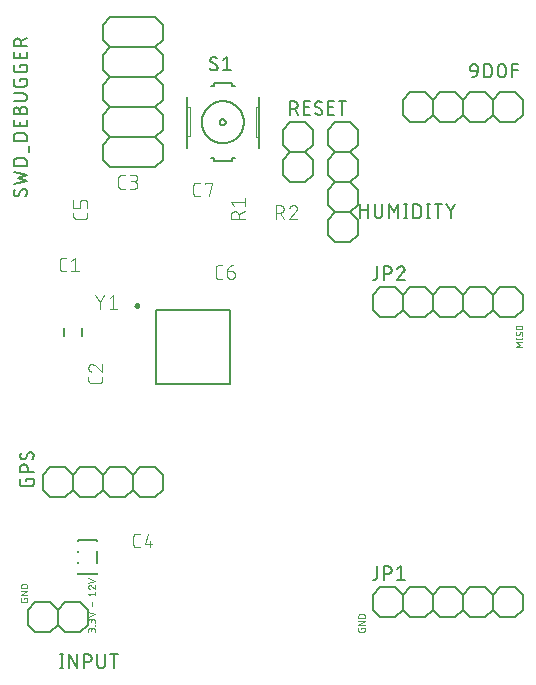
<source format=gbr>
G04 EAGLE Gerber RS-274X export*
G75*
%MOMM*%
%FSLAX34Y34*%
%LPD*%
%INSilkscreen Top*%
%IPPOS*%
%AMOC8*
5,1,8,0,0,1.08239X$1,22.5*%
G01*
%ADD10C,0.050800*%
%ADD11C,0.152400*%
%ADD12C,0.127000*%
%ADD13C,0.101600*%
%ADD14C,0.200000*%
%ADD15C,0.250000*%


D10*
X183896Y254D02*
X183896Y1806D01*
X183894Y1883D01*
X183888Y1961D01*
X183879Y2037D01*
X183865Y2114D01*
X183848Y2189D01*
X183827Y2263D01*
X183802Y2337D01*
X183774Y2409D01*
X183742Y2479D01*
X183707Y2548D01*
X183668Y2615D01*
X183626Y2680D01*
X183581Y2743D01*
X183533Y2804D01*
X183482Y2862D01*
X183428Y2917D01*
X183371Y2970D01*
X183312Y3019D01*
X183250Y3066D01*
X183186Y3110D01*
X183120Y3150D01*
X183052Y3187D01*
X182982Y3221D01*
X182911Y3251D01*
X182838Y3277D01*
X182764Y3300D01*
X182689Y3319D01*
X182614Y3334D01*
X182537Y3346D01*
X182460Y3354D01*
X182383Y3358D01*
X182305Y3358D01*
X182228Y3354D01*
X182151Y3346D01*
X182074Y3334D01*
X181999Y3319D01*
X181924Y3300D01*
X181850Y3277D01*
X181777Y3251D01*
X181706Y3221D01*
X181636Y3187D01*
X181568Y3150D01*
X181502Y3110D01*
X181438Y3066D01*
X181376Y3019D01*
X181317Y2970D01*
X181260Y2917D01*
X181206Y2862D01*
X181155Y2804D01*
X181107Y2743D01*
X181062Y2680D01*
X181020Y2615D01*
X180981Y2548D01*
X180946Y2479D01*
X180914Y2409D01*
X180886Y2337D01*
X180861Y2263D01*
X180840Y2189D01*
X180823Y2114D01*
X180809Y2037D01*
X180800Y1961D01*
X180794Y1883D01*
X180792Y1806D01*
X178308Y2117D02*
X178308Y254D01*
X178308Y2117D02*
X178310Y2187D01*
X178316Y2256D01*
X178326Y2325D01*
X178339Y2393D01*
X178357Y2461D01*
X178378Y2527D01*
X178403Y2592D01*
X178431Y2656D01*
X178463Y2718D01*
X178498Y2778D01*
X178537Y2836D01*
X178579Y2891D01*
X178624Y2945D01*
X178672Y2995D01*
X178722Y3043D01*
X178776Y3088D01*
X178831Y3130D01*
X178889Y3169D01*
X178949Y3204D01*
X179011Y3236D01*
X179075Y3264D01*
X179140Y3289D01*
X179206Y3310D01*
X179274Y3328D01*
X179342Y3341D01*
X179411Y3351D01*
X179480Y3357D01*
X179550Y3359D01*
X179620Y3357D01*
X179689Y3351D01*
X179758Y3341D01*
X179826Y3328D01*
X179894Y3310D01*
X179960Y3289D01*
X180025Y3264D01*
X180089Y3236D01*
X180151Y3204D01*
X180211Y3169D01*
X180269Y3130D01*
X180324Y3088D01*
X180378Y3043D01*
X180428Y2995D01*
X180476Y2945D01*
X180521Y2891D01*
X180563Y2836D01*
X180602Y2778D01*
X180637Y2718D01*
X180669Y2656D01*
X180697Y2592D01*
X180722Y2527D01*
X180743Y2461D01*
X180761Y2393D01*
X180774Y2325D01*
X180784Y2256D01*
X180790Y2187D01*
X180792Y2117D01*
X180792Y875D01*
X183586Y5491D02*
X183896Y5491D01*
X183586Y5491D02*
X183586Y5802D01*
X183896Y5802D01*
X183896Y5491D01*
X183896Y7935D02*
X183896Y9487D01*
X183894Y9564D01*
X183888Y9642D01*
X183879Y9718D01*
X183865Y9795D01*
X183848Y9870D01*
X183827Y9944D01*
X183802Y10018D01*
X183774Y10090D01*
X183742Y10160D01*
X183707Y10229D01*
X183668Y10296D01*
X183626Y10361D01*
X183581Y10424D01*
X183533Y10485D01*
X183482Y10543D01*
X183428Y10598D01*
X183371Y10651D01*
X183312Y10700D01*
X183250Y10747D01*
X183186Y10791D01*
X183120Y10831D01*
X183052Y10868D01*
X182982Y10902D01*
X182911Y10932D01*
X182838Y10958D01*
X182764Y10981D01*
X182689Y11000D01*
X182614Y11015D01*
X182537Y11027D01*
X182460Y11035D01*
X182383Y11039D01*
X182305Y11039D01*
X182228Y11035D01*
X182151Y11027D01*
X182074Y11015D01*
X181999Y11000D01*
X181924Y10981D01*
X181850Y10958D01*
X181777Y10932D01*
X181706Y10902D01*
X181636Y10868D01*
X181568Y10831D01*
X181502Y10791D01*
X181438Y10747D01*
X181376Y10700D01*
X181317Y10651D01*
X181260Y10598D01*
X181206Y10543D01*
X181155Y10485D01*
X181107Y10424D01*
X181062Y10361D01*
X181020Y10296D01*
X180981Y10229D01*
X180946Y10160D01*
X180914Y10090D01*
X180886Y10018D01*
X180861Y9944D01*
X180840Y9870D01*
X180823Y9795D01*
X180809Y9718D01*
X180800Y9642D01*
X180794Y9564D01*
X180792Y9487D01*
X178308Y9798D02*
X178308Y7935D01*
X178308Y9798D02*
X178310Y9868D01*
X178316Y9937D01*
X178326Y10006D01*
X178339Y10074D01*
X178357Y10142D01*
X178378Y10208D01*
X178403Y10273D01*
X178431Y10337D01*
X178463Y10399D01*
X178498Y10459D01*
X178537Y10517D01*
X178579Y10572D01*
X178624Y10626D01*
X178672Y10676D01*
X178722Y10724D01*
X178776Y10769D01*
X178831Y10811D01*
X178889Y10850D01*
X178949Y10885D01*
X179011Y10917D01*
X179075Y10945D01*
X179140Y10970D01*
X179206Y10991D01*
X179274Y11009D01*
X179342Y11022D01*
X179411Y11032D01*
X179480Y11038D01*
X179550Y11040D01*
X179620Y11038D01*
X179689Y11032D01*
X179758Y11022D01*
X179826Y11009D01*
X179894Y10991D01*
X179960Y10970D01*
X180025Y10945D01*
X180089Y10917D01*
X180151Y10885D01*
X180211Y10850D01*
X180269Y10811D01*
X180324Y10769D01*
X180378Y10724D01*
X180428Y10676D01*
X180476Y10626D01*
X180521Y10572D01*
X180563Y10517D01*
X180602Y10459D01*
X180637Y10399D01*
X180669Y10337D01*
X180697Y10273D01*
X180722Y10208D01*
X180743Y10142D01*
X180761Y10074D01*
X180774Y10006D01*
X180784Y9937D01*
X180790Y9868D01*
X180792Y9798D01*
X180792Y8556D01*
X178308Y13111D02*
X183896Y14973D01*
X178308Y16836D01*
X181723Y21889D02*
X181723Y25614D01*
X179550Y30978D02*
X178308Y32530D01*
X183896Y32530D01*
X183896Y30978D02*
X183896Y34082D01*
X179705Y39568D02*
X179632Y39566D01*
X179559Y39560D01*
X179486Y39551D01*
X179415Y39537D01*
X179343Y39520D01*
X179273Y39500D01*
X179204Y39475D01*
X179137Y39447D01*
X179071Y39416D01*
X179007Y39381D01*
X178944Y39343D01*
X178884Y39301D01*
X178826Y39257D01*
X178770Y39209D01*
X178717Y39159D01*
X178667Y39106D01*
X178619Y39050D01*
X178575Y38992D01*
X178533Y38932D01*
X178495Y38870D01*
X178460Y38805D01*
X178429Y38739D01*
X178401Y38672D01*
X178376Y38603D01*
X178356Y38533D01*
X178339Y38461D01*
X178325Y38390D01*
X178316Y38317D01*
X178310Y38244D01*
X178308Y38171D01*
X178310Y38087D01*
X178316Y38004D01*
X178325Y37921D01*
X178339Y37838D01*
X178356Y37757D01*
X178378Y37676D01*
X178403Y37596D01*
X178431Y37518D01*
X178463Y37440D01*
X178499Y37365D01*
X178538Y37291D01*
X178581Y37219D01*
X178627Y37149D01*
X178676Y37082D01*
X178729Y37016D01*
X178784Y36954D01*
X178842Y36894D01*
X178903Y36836D01*
X178966Y36782D01*
X179032Y36730D01*
X179100Y36682D01*
X179171Y36637D01*
X179243Y36595D01*
X179318Y36557D01*
X179394Y36522D01*
X179471Y36491D01*
X179550Y36463D01*
X180791Y39102D02*
X180738Y39156D01*
X180681Y39207D01*
X180622Y39255D01*
X180561Y39300D01*
X180498Y39341D01*
X180432Y39380D01*
X180365Y39415D01*
X180296Y39447D01*
X180225Y39475D01*
X180154Y39499D01*
X180081Y39520D01*
X180007Y39537D01*
X179932Y39551D01*
X179857Y39560D01*
X179781Y39566D01*
X179705Y39568D01*
X180792Y39103D02*
X183896Y36464D01*
X183896Y39568D01*
X183896Y43503D02*
X178308Y41640D01*
X178308Y45365D02*
X183896Y43503D01*
X123642Y28758D02*
X123642Y27827D01*
X123642Y28758D02*
X126746Y28758D01*
X126746Y26896D01*
X126744Y26826D01*
X126738Y26757D01*
X126728Y26688D01*
X126715Y26620D01*
X126697Y26552D01*
X126676Y26486D01*
X126651Y26421D01*
X126623Y26357D01*
X126591Y26295D01*
X126556Y26235D01*
X126517Y26177D01*
X126475Y26122D01*
X126430Y26068D01*
X126382Y26018D01*
X126332Y25970D01*
X126278Y25925D01*
X126223Y25883D01*
X126165Y25844D01*
X126105Y25809D01*
X126043Y25777D01*
X125979Y25749D01*
X125914Y25724D01*
X125848Y25703D01*
X125780Y25685D01*
X125712Y25672D01*
X125643Y25662D01*
X125574Y25656D01*
X125504Y25654D01*
X122400Y25654D01*
X122330Y25656D01*
X122261Y25662D01*
X122192Y25672D01*
X122124Y25685D01*
X122056Y25703D01*
X121990Y25724D01*
X121925Y25749D01*
X121861Y25777D01*
X121799Y25809D01*
X121739Y25844D01*
X121681Y25883D01*
X121626Y25925D01*
X121572Y25970D01*
X121522Y26018D01*
X121474Y26068D01*
X121429Y26122D01*
X121387Y26177D01*
X121348Y26235D01*
X121313Y26295D01*
X121281Y26357D01*
X121253Y26421D01*
X121228Y26486D01*
X121207Y26552D01*
X121189Y26620D01*
X121176Y26688D01*
X121166Y26757D01*
X121160Y26826D01*
X121158Y26896D01*
X121158Y28758D01*
X121158Y31506D02*
X126746Y31506D01*
X126746Y34611D02*
X121158Y31506D01*
X121158Y34611D02*
X126746Y34611D01*
X126746Y37358D02*
X121158Y37358D01*
X121158Y38910D01*
X121160Y38986D01*
X121165Y39062D01*
X121175Y39138D01*
X121188Y39213D01*
X121205Y39287D01*
X121225Y39361D01*
X121249Y39433D01*
X121276Y39504D01*
X121307Y39574D01*
X121341Y39642D01*
X121379Y39708D01*
X121420Y39772D01*
X121463Y39835D01*
X121510Y39895D01*
X121560Y39952D01*
X121613Y40007D01*
X121668Y40060D01*
X121725Y40110D01*
X121785Y40157D01*
X121848Y40200D01*
X121912Y40241D01*
X121978Y40279D01*
X122046Y40313D01*
X122116Y40344D01*
X122187Y40371D01*
X122260Y40395D01*
X122333Y40415D01*
X122407Y40432D01*
X122482Y40445D01*
X122558Y40455D01*
X122634Y40460D01*
X122710Y40462D01*
X122710Y40463D02*
X125194Y40463D01*
X125194Y40462D02*
X125270Y40460D01*
X125346Y40455D01*
X125422Y40445D01*
X125497Y40432D01*
X125571Y40415D01*
X125645Y40395D01*
X125717Y40371D01*
X125788Y40344D01*
X125858Y40313D01*
X125926Y40279D01*
X125992Y40241D01*
X126056Y40200D01*
X126119Y40157D01*
X126179Y40110D01*
X126236Y40060D01*
X126291Y40007D01*
X126344Y39952D01*
X126394Y39895D01*
X126441Y39835D01*
X126484Y39772D01*
X126525Y39708D01*
X126563Y39642D01*
X126597Y39574D01*
X126628Y39504D01*
X126655Y39433D01*
X126679Y39361D01*
X126699Y39287D01*
X126716Y39213D01*
X126729Y39138D01*
X126739Y39062D01*
X126744Y38986D01*
X126746Y38910D01*
X126746Y37358D01*
X409392Y3358D02*
X409392Y2427D01*
X409392Y3358D02*
X412496Y3358D01*
X412496Y1496D01*
X412494Y1426D01*
X412488Y1357D01*
X412478Y1288D01*
X412465Y1220D01*
X412447Y1152D01*
X412426Y1086D01*
X412401Y1021D01*
X412373Y957D01*
X412341Y895D01*
X412306Y835D01*
X412267Y777D01*
X412225Y722D01*
X412180Y668D01*
X412132Y618D01*
X412082Y570D01*
X412028Y525D01*
X411973Y483D01*
X411915Y444D01*
X411855Y409D01*
X411793Y377D01*
X411729Y349D01*
X411664Y324D01*
X411598Y303D01*
X411530Y285D01*
X411462Y272D01*
X411393Y262D01*
X411324Y256D01*
X411254Y254D01*
X408150Y254D01*
X408080Y256D01*
X408011Y262D01*
X407942Y272D01*
X407874Y285D01*
X407806Y303D01*
X407740Y324D01*
X407675Y349D01*
X407611Y377D01*
X407549Y409D01*
X407489Y444D01*
X407431Y483D01*
X407376Y525D01*
X407322Y570D01*
X407272Y618D01*
X407224Y668D01*
X407179Y722D01*
X407137Y777D01*
X407098Y835D01*
X407063Y895D01*
X407031Y957D01*
X407003Y1021D01*
X406978Y1086D01*
X406957Y1152D01*
X406939Y1220D01*
X406926Y1288D01*
X406916Y1357D01*
X406910Y1426D01*
X406908Y1496D01*
X406908Y3358D01*
X406908Y6106D02*
X412496Y6106D01*
X412496Y9211D02*
X406908Y6106D01*
X406908Y9211D02*
X412496Y9211D01*
X412496Y11958D02*
X406908Y11958D01*
X406908Y13510D01*
X406910Y13586D01*
X406915Y13662D01*
X406925Y13738D01*
X406938Y13813D01*
X406955Y13887D01*
X406975Y13961D01*
X406999Y14033D01*
X407026Y14104D01*
X407057Y14174D01*
X407091Y14242D01*
X407129Y14308D01*
X407170Y14372D01*
X407213Y14435D01*
X407260Y14495D01*
X407310Y14552D01*
X407363Y14607D01*
X407418Y14660D01*
X407475Y14710D01*
X407535Y14757D01*
X407598Y14800D01*
X407662Y14841D01*
X407728Y14879D01*
X407796Y14913D01*
X407866Y14944D01*
X407937Y14971D01*
X408010Y14995D01*
X408083Y15015D01*
X408157Y15032D01*
X408232Y15045D01*
X408308Y15055D01*
X408384Y15060D01*
X408460Y15062D01*
X408460Y15063D02*
X410944Y15063D01*
X410944Y15062D02*
X411020Y15060D01*
X411096Y15055D01*
X411172Y15045D01*
X411247Y15032D01*
X411321Y15015D01*
X411395Y14995D01*
X411467Y14971D01*
X411538Y14944D01*
X411608Y14913D01*
X411676Y14879D01*
X411742Y14841D01*
X411806Y14800D01*
X411869Y14757D01*
X411929Y14710D01*
X411986Y14660D01*
X412041Y14607D01*
X412094Y14552D01*
X412144Y14495D01*
X412191Y14435D01*
X412234Y14372D01*
X412275Y14308D01*
X412313Y14242D01*
X412347Y14174D01*
X412378Y14104D01*
X412405Y14033D01*
X412429Y13961D01*
X412449Y13887D01*
X412466Y13813D01*
X412479Y13738D01*
X412489Y13662D01*
X412494Y13586D01*
X412496Y13510D01*
X412496Y11958D01*
X540258Y241554D02*
X545846Y241554D01*
X543362Y243417D02*
X540258Y241554D01*
X543362Y243417D02*
X540258Y245279D01*
X545846Y245279D01*
X545846Y248354D02*
X540258Y248354D01*
X545846Y247734D02*
X545846Y248975D01*
X540258Y248975D02*
X540258Y247734D01*
X545846Y252871D02*
X545844Y252941D01*
X545838Y253010D01*
X545828Y253079D01*
X545815Y253147D01*
X545797Y253215D01*
X545776Y253281D01*
X545751Y253346D01*
X545723Y253410D01*
X545691Y253472D01*
X545656Y253532D01*
X545617Y253590D01*
X545575Y253645D01*
X545530Y253699D01*
X545482Y253749D01*
X545432Y253797D01*
X545378Y253842D01*
X545323Y253884D01*
X545265Y253923D01*
X545205Y253958D01*
X545143Y253990D01*
X545079Y254018D01*
X545014Y254043D01*
X544948Y254064D01*
X544880Y254082D01*
X544812Y254095D01*
X544743Y254105D01*
X544674Y254111D01*
X544604Y254113D01*
X545846Y252871D02*
X545844Y252772D01*
X545839Y252674D01*
X545829Y252576D01*
X545816Y252478D01*
X545800Y252381D01*
X545780Y252284D01*
X545756Y252189D01*
X545728Y252094D01*
X545697Y252000D01*
X545663Y251908D01*
X545625Y251817D01*
X545584Y251727D01*
X545539Y251639D01*
X545491Y251553D01*
X545440Y251469D01*
X545386Y251387D01*
X545328Y251306D01*
X545268Y251228D01*
X545205Y251153D01*
X545139Y251079D01*
X545070Y251009D01*
X541500Y251163D02*
X541430Y251165D01*
X541361Y251171D01*
X541292Y251181D01*
X541224Y251194D01*
X541156Y251212D01*
X541090Y251233D01*
X541025Y251258D01*
X540961Y251286D01*
X540899Y251318D01*
X540839Y251353D01*
X540781Y251392D01*
X540726Y251434D01*
X540672Y251479D01*
X540622Y251527D01*
X540574Y251577D01*
X540529Y251631D01*
X540487Y251686D01*
X540448Y251744D01*
X540413Y251804D01*
X540381Y251866D01*
X540353Y251930D01*
X540328Y251995D01*
X540307Y252061D01*
X540289Y252129D01*
X540276Y252197D01*
X540266Y252266D01*
X540260Y252335D01*
X540258Y252405D01*
X540260Y252499D01*
X540266Y252592D01*
X540275Y252685D01*
X540288Y252778D01*
X540305Y252870D01*
X540325Y252961D01*
X540350Y253052D01*
X540377Y253141D01*
X540409Y253229D01*
X540444Y253316D01*
X540482Y253402D01*
X540524Y253485D01*
X540569Y253568D01*
X540617Y253648D01*
X540669Y253726D01*
X540724Y253802D01*
X542586Y251785D02*
X542550Y251726D01*
X542510Y251670D01*
X542467Y251616D01*
X542422Y251564D01*
X542373Y251515D01*
X542322Y251469D01*
X542269Y251426D01*
X542213Y251385D01*
X542155Y251348D01*
X542095Y251313D01*
X542034Y251283D01*
X541971Y251255D01*
X541906Y251231D01*
X541840Y251211D01*
X541773Y251194D01*
X541706Y251181D01*
X541638Y251172D01*
X541569Y251166D01*
X541500Y251164D01*
X543518Y253492D02*
X543554Y253551D01*
X543594Y253607D01*
X543637Y253661D01*
X543682Y253713D01*
X543731Y253762D01*
X543782Y253808D01*
X543835Y253851D01*
X543891Y253892D01*
X543949Y253929D01*
X544009Y253964D01*
X544070Y253994D01*
X544133Y254022D01*
X544198Y254046D01*
X544264Y254066D01*
X544331Y254083D01*
X544398Y254096D01*
X544466Y254105D01*
X544535Y254111D01*
X544604Y254113D01*
X543518Y253492D02*
X542586Y251785D01*
X541810Y256312D02*
X544294Y256312D01*
X541810Y256312D02*
X541733Y256314D01*
X541655Y256320D01*
X541579Y256329D01*
X541502Y256343D01*
X541427Y256360D01*
X541353Y256381D01*
X541279Y256406D01*
X541207Y256434D01*
X541137Y256466D01*
X541068Y256501D01*
X541001Y256540D01*
X540936Y256582D01*
X540873Y256627D01*
X540812Y256675D01*
X540754Y256726D01*
X540699Y256780D01*
X540646Y256837D01*
X540597Y256896D01*
X540550Y256958D01*
X540506Y257022D01*
X540466Y257088D01*
X540429Y257156D01*
X540395Y257226D01*
X540365Y257297D01*
X540339Y257370D01*
X540316Y257444D01*
X540297Y257519D01*
X540282Y257594D01*
X540270Y257671D01*
X540262Y257748D01*
X540258Y257825D01*
X540258Y257903D01*
X540262Y257980D01*
X540270Y258057D01*
X540282Y258134D01*
X540297Y258209D01*
X540316Y258284D01*
X540339Y258358D01*
X540365Y258431D01*
X540395Y258502D01*
X540429Y258572D01*
X540466Y258640D01*
X540506Y258706D01*
X540550Y258770D01*
X540597Y258832D01*
X540646Y258891D01*
X540699Y258948D01*
X540754Y259002D01*
X540812Y259053D01*
X540873Y259101D01*
X540936Y259146D01*
X541001Y259188D01*
X541068Y259227D01*
X541137Y259262D01*
X541207Y259294D01*
X541279Y259322D01*
X541353Y259347D01*
X541427Y259368D01*
X541502Y259385D01*
X541579Y259399D01*
X541655Y259408D01*
X541733Y259414D01*
X541810Y259416D01*
X544294Y259416D01*
X544371Y259414D01*
X544449Y259408D01*
X544525Y259399D01*
X544602Y259385D01*
X544677Y259368D01*
X544751Y259347D01*
X544825Y259322D01*
X544897Y259294D01*
X544967Y259262D01*
X545036Y259227D01*
X545103Y259188D01*
X545168Y259146D01*
X545231Y259101D01*
X545292Y259053D01*
X545350Y259002D01*
X545405Y258948D01*
X545458Y258891D01*
X545507Y258832D01*
X545554Y258770D01*
X545598Y258706D01*
X545638Y258640D01*
X545675Y258572D01*
X545709Y258502D01*
X545739Y258431D01*
X545765Y258358D01*
X545788Y258284D01*
X545807Y258209D01*
X545822Y258134D01*
X545834Y258057D01*
X545842Y257980D01*
X545846Y257903D01*
X545846Y257825D01*
X545842Y257748D01*
X545834Y257671D01*
X545822Y257594D01*
X545807Y257519D01*
X545788Y257444D01*
X545765Y257370D01*
X545739Y257297D01*
X545709Y257226D01*
X545675Y257156D01*
X545638Y257088D01*
X545598Y257022D01*
X545554Y256958D01*
X545507Y256896D01*
X545458Y256837D01*
X545405Y256780D01*
X545350Y256726D01*
X545292Y256675D01*
X545231Y256627D01*
X545168Y256582D01*
X545103Y256540D01*
X545036Y256501D01*
X544967Y256466D01*
X544897Y256434D01*
X544825Y256406D01*
X544751Y256381D01*
X544677Y256360D01*
X544602Y256343D01*
X544525Y256329D01*
X544449Y256320D01*
X544371Y256314D01*
X544294Y256312D01*
D11*
X495300Y450850D02*
X501650Y457200D01*
X514350Y457200D01*
X520700Y450850D01*
X520700Y438150D01*
X514350Y431800D01*
X501650Y431800D01*
X495300Y438150D01*
X463550Y457200D02*
X450850Y457200D01*
X463550Y457200D02*
X469900Y450850D01*
X469900Y438150D01*
X463550Y431800D01*
X469900Y450850D02*
X476250Y457200D01*
X488950Y457200D01*
X495300Y450850D01*
X495300Y438150D01*
X488950Y431800D01*
X476250Y431800D01*
X469900Y438150D01*
X444500Y438150D02*
X444500Y450850D01*
X450850Y457200D01*
X444500Y438150D02*
X450850Y431800D01*
X463550Y431800D01*
X527050Y457200D02*
X539750Y457200D01*
X546100Y450850D01*
X546100Y438150D01*
X539750Y431800D01*
X520700Y450850D02*
X527050Y457200D01*
X520700Y438150D02*
X527050Y431800D01*
X539750Y431800D01*
D12*
X507873Y474853D02*
X504063Y474853D01*
X503963Y474855D01*
X503864Y474861D01*
X503764Y474871D01*
X503666Y474884D01*
X503567Y474902D01*
X503470Y474923D01*
X503374Y474948D01*
X503278Y474977D01*
X503184Y475010D01*
X503091Y475046D01*
X503000Y475086D01*
X502910Y475130D01*
X502822Y475177D01*
X502736Y475227D01*
X502652Y475281D01*
X502570Y475338D01*
X502491Y475398D01*
X502413Y475462D01*
X502339Y475528D01*
X502267Y475597D01*
X502198Y475669D01*
X502132Y475743D01*
X502068Y475821D01*
X502008Y475900D01*
X501951Y475982D01*
X501897Y476066D01*
X501847Y476152D01*
X501800Y476240D01*
X501756Y476330D01*
X501716Y476421D01*
X501680Y476514D01*
X501647Y476608D01*
X501618Y476704D01*
X501593Y476800D01*
X501572Y476897D01*
X501554Y476996D01*
X501541Y477094D01*
X501531Y477194D01*
X501525Y477293D01*
X501523Y477393D01*
X501523Y478028D01*
X501525Y478139D01*
X501531Y478249D01*
X501540Y478360D01*
X501554Y478470D01*
X501571Y478579D01*
X501592Y478688D01*
X501617Y478796D01*
X501646Y478903D01*
X501678Y479009D01*
X501714Y479114D01*
X501754Y479217D01*
X501797Y479319D01*
X501844Y479420D01*
X501895Y479519D01*
X501948Y479616D01*
X502005Y479710D01*
X502066Y479803D01*
X502129Y479894D01*
X502196Y479983D01*
X502266Y480069D01*
X502339Y480152D01*
X502414Y480234D01*
X502492Y480312D01*
X502574Y480387D01*
X502657Y480460D01*
X502743Y480530D01*
X502832Y480597D01*
X502923Y480660D01*
X503016Y480721D01*
X503111Y480778D01*
X503207Y480831D01*
X503306Y480882D01*
X503407Y480929D01*
X503509Y480972D01*
X503612Y481012D01*
X503717Y481048D01*
X503823Y481080D01*
X503930Y481109D01*
X504038Y481134D01*
X504147Y481155D01*
X504256Y481172D01*
X504366Y481186D01*
X504477Y481195D01*
X504587Y481201D01*
X504698Y481203D01*
X504809Y481201D01*
X504919Y481195D01*
X505030Y481186D01*
X505140Y481172D01*
X505249Y481155D01*
X505358Y481134D01*
X505466Y481109D01*
X505573Y481080D01*
X505679Y481048D01*
X505784Y481012D01*
X505887Y480972D01*
X505989Y480929D01*
X506090Y480882D01*
X506189Y480831D01*
X506286Y480778D01*
X506380Y480721D01*
X506473Y480660D01*
X506564Y480597D01*
X506653Y480530D01*
X506739Y480460D01*
X506822Y480387D01*
X506904Y480312D01*
X506982Y480234D01*
X507057Y480152D01*
X507130Y480069D01*
X507200Y479983D01*
X507267Y479894D01*
X507330Y479803D01*
X507391Y479710D01*
X507448Y479616D01*
X507501Y479519D01*
X507552Y479420D01*
X507599Y479319D01*
X507642Y479217D01*
X507682Y479114D01*
X507718Y479009D01*
X507750Y478903D01*
X507779Y478796D01*
X507804Y478688D01*
X507825Y478579D01*
X507842Y478470D01*
X507856Y478360D01*
X507865Y478249D01*
X507871Y478139D01*
X507873Y478028D01*
X507873Y474853D01*
X507871Y474713D01*
X507865Y474573D01*
X507856Y474433D01*
X507842Y474294D01*
X507825Y474155D01*
X507804Y474017D01*
X507779Y473879D01*
X507750Y473742D01*
X507718Y473606D01*
X507681Y473471D01*
X507641Y473337D01*
X507598Y473204D01*
X507550Y473072D01*
X507500Y472941D01*
X507445Y472812D01*
X507387Y472685D01*
X507326Y472559D01*
X507261Y472435D01*
X507192Y472313D01*
X507121Y472193D01*
X507046Y472075D01*
X506968Y471958D01*
X506886Y471844D01*
X506802Y471733D01*
X506714Y471624D01*
X506624Y471517D01*
X506530Y471412D01*
X506434Y471311D01*
X506335Y471212D01*
X506234Y471116D01*
X506129Y471022D01*
X506022Y470932D01*
X505913Y470844D01*
X505802Y470760D01*
X505688Y470678D01*
X505571Y470600D01*
X505453Y470525D01*
X505333Y470454D01*
X505211Y470385D01*
X505087Y470320D01*
X504961Y470259D01*
X504834Y470201D01*
X504705Y470146D01*
X504574Y470096D01*
X504442Y470048D01*
X504309Y470005D01*
X504175Y469965D01*
X504040Y469928D01*
X503904Y469896D01*
X503767Y469867D01*
X503629Y469842D01*
X503491Y469821D01*
X503352Y469804D01*
X503213Y469790D01*
X503073Y469781D01*
X502933Y469775D01*
X502793Y469773D01*
X513334Y469773D02*
X513334Y481203D01*
X516509Y481203D01*
X516620Y481201D01*
X516730Y481195D01*
X516841Y481186D01*
X516951Y481172D01*
X517060Y481155D01*
X517169Y481134D01*
X517277Y481109D01*
X517384Y481080D01*
X517490Y481048D01*
X517595Y481012D01*
X517698Y480972D01*
X517800Y480929D01*
X517901Y480882D01*
X518000Y480831D01*
X518097Y480778D01*
X518191Y480721D01*
X518284Y480660D01*
X518375Y480597D01*
X518464Y480530D01*
X518550Y480460D01*
X518633Y480387D01*
X518715Y480312D01*
X518793Y480234D01*
X518868Y480152D01*
X518941Y480069D01*
X519011Y479983D01*
X519078Y479894D01*
X519141Y479803D01*
X519202Y479710D01*
X519259Y479616D01*
X519312Y479519D01*
X519363Y479420D01*
X519410Y479319D01*
X519453Y479217D01*
X519493Y479114D01*
X519529Y479009D01*
X519561Y478903D01*
X519590Y478796D01*
X519615Y478688D01*
X519636Y478579D01*
X519653Y478470D01*
X519667Y478360D01*
X519676Y478249D01*
X519682Y478139D01*
X519684Y478028D01*
X519684Y472948D01*
X519682Y472837D01*
X519676Y472727D01*
X519667Y472616D01*
X519653Y472506D01*
X519636Y472397D01*
X519615Y472288D01*
X519590Y472180D01*
X519561Y472073D01*
X519529Y471967D01*
X519493Y471862D01*
X519453Y471759D01*
X519410Y471657D01*
X519363Y471556D01*
X519312Y471457D01*
X519259Y471360D01*
X519202Y471266D01*
X519141Y471173D01*
X519078Y471082D01*
X519011Y470993D01*
X518941Y470907D01*
X518868Y470824D01*
X518793Y470742D01*
X518715Y470664D01*
X518633Y470589D01*
X518550Y470516D01*
X518464Y470446D01*
X518375Y470379D01*
X518284Y470316D01*
X518191Y470255D01*
X518097Y470198D01*
X518000Y470145D01*
X517901Y470094D01*
X517800Y470047D01*
X517698Y470004D01*
X517595Y469964D01*
X517490Y469928D01*
X517384Y469896D01*
X517277Y469867D01*
X517169Y469842D01*
X517060Y469821D01*
X516951Y469804D01*
X516841Y469790D01*
X516730Y469781D01*
X516620Y469775D01*
X516509Y469773D01*
X513334Y469773D01*
X525145Y472948D02*
X525145Y478028D01*
X525147Y478139D01*
X525153Y478249D01*
X525162Y478360D01*
X525176Y478470D01*
X525193Y478579D01*
X525214Y478688D01*
X525239Y478796D01*
X525268Y478903D01*
X525300Y479009D01*
X525336Y479114D01*
X525376Y479217D01*
X525419Y479319D01*
X525466Y479420D01*
X525517Y479519D01*
X525570Y479616D01*
X525627Y479710D01*
X525688Y479803D01*
X525751Y479894D01*
X525818Y479983D01*
X525888Y480069D01*
X525961Y480152D01*
X526036Y480234D01*
X526114Y480312D01*
X526196Y480387D01*
X526279Y480460D01*
X526365Y480530D01*
X526454Y480597D01*
X526545Y480660D01*
X526638Y480721D01*
X526733Y480778D01*
X526829Y480831D01*
X526928Y480882D01*
X527029Y480929D01*
X527131Y480972D01*
X527234Y481012D01*
X527339Y481048D01*
X527445Y481080D01*
X527552Y481109D01*
X527660Y481134D01*
X527769Y481155D01*
X527878Y481172D01*
X527988Y481186D01*
X528099Y481195D01*
X528209Y481201D01*
X528320Y481203D01*
X528431Y481201D01*
X528541Y481195D01*
X528652Y481186D01*
X528762Y481172D01*
X528871Y481155D01*
X528980Y481134D01*
X529088Y481109D01*
X529195Y481080D01*
X529301Y481048D01*
X529406Y481012D01*
X529509Y480972D01*
X529611Y480929D01*
X529712Y480882D01*
X529811Y480831D01*
X529908Y480778D01*
X530002Y480721D01*
X530095Y480660D01*
X530186Y480597D01*
X530275Y480530D01*
X530361Y480460D01*
X530444Y480387D01*
X530526Y480312D01*
X530604Y480234D01*
X530679Y480152D01*
X530752Y480069D01*
X530822Y479983D01*
X530889Y479894D01*
X530952Y479803D01*
X531013Y479710D01*
X531070Y479616D01*
X531123Y479519D01*
X531174Y479420D01*
X531221Y479319D01*
X531264Y479217D01*
X531304Y479114D01*
X531340Y479009D01*
X531372Y478903D01*
X531401Y478796D01*
X531426Y478688D01*
X531447Y478579D01*
X531464Y478470D01*
X531478Y478360D01*
X531487Y478249D01*
X531493Y478139D01*
X531495Y478028D01*
X531495Y472948D01*
X531493Y472837D01*
X531487Y472727D01*
X531478Y472616D01*
X531464Y472506D01*
X531447Y472397D01*
X531426Y472288D01*
X531401Y472180D01*
X531372Y472073D01*
X531340Y471967D01*
X531304Y471862D01*
X531264Y471759D01*
X531221Y471657D01*
X531174Y471556D01*
X531123Y471457D01*
X531070Y471360D01*
X531013Y471266D01*
X530952Y471173D01*
X530889Y471082D01*
X530822Y470993D01*
X530752Y470907D01*
X530679Y470824D01*
X530604Y470742D01*
X530526Y470664D01*
X530444Y470589D01*
X530361Y470516D01*
X530275Y470446D01*
X530186Y470379D01*
X530095Y470316D01*
X530002Y470255D01*
X529908Y470198D01*
X529811Y470145D01*
X529712Y470094D01*
X529611Y470047D01*
X529509Y470004D01*
X529406Y469964D01*
X529301Y469928D01*
X529195Y469896D01*
X529088Y469867D01*
X528980Y469842D01*
X528871Y469821D01*
X528762Y469804D01*
X528652Y469790D01*
X528541Y469781D01*
X528431Y469775D01*
X528320Y469773D01*
X528209Y469775D01*
X528099Y469781D01*
X527988Y469790D01*
X527878Y469804D01*
X527769Y469821D01*
X527660Y469842D01*
X527552Y469867D01*
X527445Y469896D01*
X527339Y469928D01*
X527234Y469964D01*
X527131Y470004D01*
X527029Y470047D01*
X526928Y470094D01*
X526829Y470145D01*
X526733Y470198D01*
X526638Y470255D01*
X526545Y470316D01*
X526454Y470379D01*
X526365Y470446D01*
X526279Y470516D01*
X526196Y470589D01*
X526114Y470664D01*
X526036Y470742D01*
X525961Y470824D01*
X525888Y470907D01*
X525818Y470993D01*
X525751Y471082D01*
X525688Y471173D01*
X525627Y471266D01*
X525570Y471361D01*
X525517Y471457D01*
X525466Y471556D01*
X525419Y471657D01*
X525376Y471759D01*
X525336Y471862D01*
X525300Y471967D01*
X525268Y472073D01*
X525239Y472180D01*
X525214Y472288D01*
X525193Y472397D01*
X525176Y472506D01*
X525162Y472616D01*
X525153Y472727D01*
X525147Y472837D01*
X525145Y472948D01*
X536981Y469773D02*
X536981Y481203D01*
X542061Y481203D01*
X542061Y476123D02*
X536981Y476123D01*
D13*
X159371Y305308D02*
X156774Y305308D01*
X156675Y305310D01*
X156575Y305316D01*
X156476Y305325D01*
X156378Y305338D01*
X156280Y305355D01*
X156182Y305376D01*
X156086Y305401D01*
X155991Y305429D01*
X155897Y305461D01*
X155804Y305496D01*
X155712Y305535D01*
X155622Y305578D01*
X155534Y305623D01*
X155447Y305673D01*
X155363Y305725D01*
X155280Y305781D01*
X155200Y305839D01*
X155122Y305901D01*
X155047Y305966D01*
X154974Y306034D01*
X154904Y306104D01*
X154836Y306177D01*
X154771Y306252D01*
X154709Y306330D01*
X154651Y306410D01*
X154595Y306493D01*
X154543Y306577D01*
X154493Y306664D01*
X154448Y306752D01*
X154405Y306842D01*
X154366Y306934D01*
X154331Y307027D01*
X154299Y307121D01*
X154271Y307216D01*
X154246Y307312D01*
X154225Y307410D01*
X154208Y307508D01*
X154195Y307606D01*
X154186Y307705D01*
X154180Y307805D01*
X154178Y307904D01*
X154178Y314396D01*
X154180Y314495D01*
X154186Y314595D01*
X154195Y314694D01*
X154208Y314792D01*
X154225Y314890D01*
X154246Y314988D01*
X154271Y315084D01*
X154299Y315179D01*
X154331Y315273D01*
X154366Y315366D01*
X154405Y315458D01*
X154448Y315548D01*
X154493Y315636D01*
X154543Y315723D01*
X154595Y315807D01*
X154651Y315890D01*
X154709Y315970D01*
X154771Y316048D01*
X154836Y316123D01*
X154904Y316196D01*
X154974Y316266D01*
X155047Y316334D01*
X155122Y316399D01*
X155200Y316461D01*
X155280Y316519D01*
X155363Y316575D01*
X155447Y316627D01*
X155534Y316677D01*
X155622Y316722D01*
X155712Y316765D01*
X155804Y316804D01*
X155896Y316839D01*
X155991Y316871D01*
X156086Y316899D01*
X156182Y316924D01*
X156280Y316945D01*
X156378Y316962D01*
X156476Y316975D01*
X156575Y316984D01*
X156675Y316990D01*
X156774Y316992D01*
X159371Y316992D01*
X163736Y314396D02*
X166982Y316992D01*
X166982Y305308D01*
X170227Y305308D02*
X163736Y305308D01*
X189992Y215966D02*
X189992Y213369D01*
X189990Y213270D01*
X189984Y213170D01*
X189975Y213071D01*
X189962Y212973D01*
X189945Y212875D01*
X189924Y212777D01*
X189899Y212681D01*
X189871Y212586D01*
X189839Y212492D01*
X189804Y212399D01*
X189765Y212307D01*
X189722Y212217D01*
X189677Y212129D01*
X189627Y212042D01*
X189575Y211958D01*
X189519Y211875D01*
X189461Y211795D01*
X189399Y211717D01*
X189334Y211642D01*
X189266Y211569D01*
X189196Y211499D01*
X189123Y211431D01*
X189048Y211366D01*
X188970Y211304D01*
X188890Y211246D01*
X188807Y211190D01*
X188723Y211138D01*
X188636Y211088D01*
X188548Y211043D01*
X188458Y211000D01*
X188366Y210961D01*
X188273Y210926D01*
X188179Y210894D01*
X188084Y210866D01*
X187988Y210841D01*
X187890Y210820D01*
X187792Y210803D01*
X187694Y210790D01*
X187595Y210781D01*
X187495Y210775D01*
X187396Y210773D01*
X180904Y210773D01*
X180904Y210772D02*
X180805Y210774D01*
X180705Y210780D01*
X180606Y210789D01*
X180508Y210802D01*
X180410Y210820D01*
X180312Y210840D01*
X180216Y210865D01*
X180120Y210893D01*
X180026Y210925D01*
X179933Y210960D01*
X179842Y210999D01*
X179752Y211042D01*
X179663Y211087D01*
X179577Y211137D01*
X179492Y211189D01*
X179410Y211245D01*
X179330Y211304D01*
X179252Y211365D01*
X179176Y211430D01*
X179103Y211498D01*
X179033Y211568D01*
X178965Y211641D01*
X178900Y211717D01*
X178839Y211795D01*
X178780Y211875D01*
X178724Y211957D01*
X178672Y212042D01*
X178623Y212128D01*
X178577Y212217D01*
X178534Y212307D01*
X178495Y212398D01*
X178460Y212491D01*
X178428Y212585D01*
X178400Y212681D01*
X178375Y212777D01*
X178355Y212875D01*
X178337Y212973D01*
X178324Y213071D01*
X178315Y213170D01*
X178309Y213269D01*
X178307Y213369D01*
X178308Y213369D02*
X178308Y215966D01*
X178308Y223901D02*
X178310Y224008D01*
X178316Y224114D01*
X178326Y224220D01*
X178339Y224326D01*
X178357Y224432D01*
X178378Y224536D01*
X178403Y224640D01*
X178432Y224743D01*
X178464Y224844D01*
X178501Y224944D01*
X178541Y225043D01*
X178584Y225141D01*
X178631Y225237D01*
X178682Y225331D01*
X178736Y225423D01*
X178793Y225513D01*
X178853Y225601D01*
X178917Y225686D01*
X178984Y225769D01*
X179054Y225850D01*
X179126Y225928D01*
X179202Y226004D01*
X179280Y226076D01*
X179361Y226146D01*
X179444Y226213D01*
X179529Y226277D01*
X179617Y226337D01*
X179707Y226394D01*
X179799Y226448D01*
X179893Y226499D01*
X179989Y226546D01*
X180087Y226589D01*
X180186Y226629D01*
X180286Y226666D01*
X180387Y226698D01*
X180490Y226727D01*
X180594Y226752D01*
X180698Y226773D01*
X180804Y226791D01*
X180910Y226804D01*
X181016Y226814D01*
X181122Y226820D01*
X181229Y226822D01*
X178308Y223901D02*
X178310Y223780D01*
X178316Y223659D01*
X178326Y223539D01*
X178339Y223418D01*
X178357Y223299D01*
X178378Y223179D01*
X178403Y223061D01*
X178432Y222944D01*
X178465Y222827D01*
X178501Y222712D01*
X178542Y222598D01*
X178585Y222485D01*
X178633Y222373D01*
X178684Y222264D01*
X178739Y222156D01*
X178797Y222049D01*
X178858Y221945D01*
X178923Y221843D01*
X178991Y221743D01*
X179062Y221645D01*
X179136Y221549D01*
X179213Y221456D01*
X179294Y221366D01*
X179377Y221278D01*
X179463Y221193D01*
X179552Y221110D01*
X179643Y221031D01*
X179737Y220954D01*
X179833Y220881D01*
X179931Y220811D01*
X180032Y220744D01*
X180135Y220680D01*
X180240Y220620D01*
X180347Y220562D01*
X180455Y220509D01*
X180565Y220459D01*
X180677Y220413D01*
X180790Y220370D01*
X180905Y220331D01*
X183501Y225848D02*
X183423Y225927D01*
X183343Y226003D01*
X183260Y226076D01*
X183174Y226146D01*
X183087Y226213D01*
X182996Y226277D01*
X182904Y226337D01*
X182810Y226395D01*
X182713Y226449D01*
X182615Y226499D01*
X182515Y226546D01*
X182414Y226590D01*
X182311Y226630D01*
X182206Y226666D01*
X182101Y226698D01*
X181994Y226727D01*
X181887Y226752D01*
X181778Y226774D01*
X181669Y226791D01*
X181560Y226805D01*
X181450Y226814D01*
X181339Y226820D01*
X181229Y226822D01*
X183501Y225848D02*
X189992Y220331D01*
X189992Y226822D01*
X206304Y375158D02*
X208901Y375158D01*
X206304Y375158D02*
X206205Y375160D01*
X206105Y375166D01*
X206006Y375175D01*
X205908Y375188D01*
X205810Y375205D01*
X205712Y375226D01*
X205616Y375251D01*
X205521Y375279D01*
X205427Y375311D01*
X205334Y375346D01*
X205242Y375385D01*
X205152Y375428D01*
X205064Y375473D01*
X204977Y375523D01*
X204893Y375575D01*
X204810Y375631D01*
X204730Y375689D01*
X204652Y375751D01*
X204577Y375816D01*
X204504Y375884D01*
X204434Y375954D01*
X204366Y376027D01*
X204301Y376102D01*
X204239Y376180D01*
X204181Y376260D01*
X204125Y376343D01*
X204073Y376427D01*
X204023Y376514D01*
X203978Y376602D01*
X203935Y376692D01*
X203896Y376784D01*
X203861Y376877D01*
X203829Y376971D01*
X203801Y377066D01*
X203776Y377162D01*
X203755Y377260D01*
X203738Y377358D01*
X203725Y377456D01*
X203716Y377555D01*
X203710Y377655D01*
X203708Y377754D01*
X203708Y384246D01*
X203710Y384345D01*
X203716Y384445D01*
X203725Y384544D01*
X203738Y384642D01*
X203755Y384740D01*
X203776Y384838D01*
X203801Y384934D01*
X203829Y385029D01*
X203861Y385123D01*
X203896Y385216D01*
X203935Y385308D01*
X203978Y385398D01*
X204023Y385486D01*
X204073Y385573D01*
X204125Y385657D01*
X204181Y385740D01*
X204239Y385820D01*
X204301Y385898D01*
X204366Y385973D01*
X204434Y386046D01*
X204504Y386116D01*
X204577Y386184D01*
X204652Y386249D01*
X204730Y386311D01*
X204810Y386369D01*
X204893Y386425D01*
X204977Y386477D01*
X205064Y386527D01*
X205152Y386572D01*
X205242Y386615D01*
X205334Y386654D01*
X205426Y386689D01*
X205521Y386721D01*
X205616Y386749D01*
X205712Y386774D01*
X205810Y386795D01*
X205908Y386812D01*
X206006Y386825D01*
X206105Y386834D01*
X206205Y386840D01*
X206304Y386842D01*
X208901Y386842D01*
X213266Y375158D02*
X216512Y375158D01*
X216625Y375160D01*
X216738Y375166D01*
X216851Y375176D01*
X216964Y375190D01*
X217076Y375207D01*
X217187Y375229D01*
X217297Y375254D01*
X217407Y375284D01*
X217515Y375317D01*
X217622Y375354D01*
X217728Y375394D01*
X217832Y375439D01*
X217935Y375487D01*
X218036Y375538D01*
X218135Y375593D01*
X218232Y375651D01*
X218327Y375713D01*
X218420Y375778D01*
X218510Y375846D01*
X218598Y375917D01*
X218684Y375992D01*
X218767Y376069D01*
X218847Y376149D01*
X218924Y376232D01*
X218999Y376318D01*
X219070Y376406D01*
X219138Y376496D01*
X219203Y376589D01*
X219265Y376684D01*
X219323Y376781D01*
X219378Y376880D01*
X219429Y376981D01*
X219477Y377084D01*
X219522Y377188D01*
X219562Y377294D01*
X219599Y377401D01*
X219632Y377509D01*
X219662Y377619D01*
X219687Y377729D01*
X219709Y377840D01*
X219726Y377952D01*
X219740Y378065D01*
X219750Y378178D01*
X219756Y378291D01*
X219758Y378404D01*
X219756Y378517D01*
X219750Y378630D01*
X219740Y378743D01*
X219726Y378856D01*
X219709Y378968D01*
X219687Y379079D01*
X219662Y379189D01*
X219632Y379299D01*
X219599Y379407D01*
X219562Y379514D01*
X219522Y379620D01*
X219477Y379724D01*
X219429Y379827D01*
X219378Y379928D01*
X219323Y380027D01*
X219265Y380124D01*
X219203Y380219D01*
X219138Y380312D01*
X219070Y380402D01*
X218999Y380490D01*
X218924Y380576D01*
X218847Y380659D01*
X218767Y380739D01*
X218684Y380816D01*
X218598Y380891D01*
X218510Y380962D01*
X218420Y381030D01*
X218327Y381095D01*
X218232Y381157D01*
X218135Y381215D01*
X218036Y381270D01*
X217935Y381321D01*
X217832Y381369D01*
X217728Y381414D01*
X217622Y381454D01*
X217515Y381491D01*
X217407Y381524D01*
X217297Y381554D01*
X217187Y381579D01*
X217076Y381601D01*
X216964Y381618D01*
X216851Y381632D01*
X216738Y381642D01*
X216625Y381648D01*
X216512Y381650D01*
X217161Y386842D02*
X213266Y386842D01*
X217161Y386842D02*
X217262Y386840D01*
X217362Y386834D01*
X217462Y386824D01*
X217562Y386811D01*
X217661Y386793D01*
X217760Y386772D01*
X217857Y386747D01*
X217954Y386718D01*
X218049Y386685D01*
X218143Y386649D01*
X218235Y386609D01*
X218326Y386566D01*
X218415Y386519D01*
X218502Y386469D01*
X218588Y386415D01*
X218671Y386358D01*
X218751Y386298D01*
X218830Y386235D01*
X218906Y386168D01*
X218979Y386099D01*
X219049Y386027D01*
X219117Y385953D01*
X219182Y385876D01*
X219243Y385796D01*
X219302Y385714D01*
X219357Y385630D01*
X219409Y385544D01*
X219458Y385456D01*
X219503Y385366D01*
X219545Y385274D01*
X219583Y385181D01*
X219617Y385086D01*
X219648Y384991D01*
X219675Y384894D01*
X219698Y384796D01*
X219718Y384697D01*
X219733Y384597D01*
X219745Y384497D01*
X219753Y384397D01*
X219757Y384296D01*
X219757Y384196D01*
X219753Y384095D01*
X219745Y383995D01*
X219733Y383895D01*
X219718Y383795D01*
X219698Y383696D01*
X219675Y383598D01*
X219648Y383501D01*
X219617Y383406D01*
X219583Y383311D01*
X219545Y383218D01*
X219503Y383126D01*
X219458Y383036D01*
X219409Y382948D01*
X219357Y382862D01*
X219302Y382778D01*
X219243Y382696D01*
X219182Y382616D01*
X219117Y382539D01*
X219049Y382465D01*
X218979Y382393D01*
X218906Y382324D01*
X218830Y382257D01*
X218751Y382194D01*
X218671Y382134D01*
X218588Y382077D01*
X218502Y382023D01*
X218415Y381973D01*
X218326Y381926D01*
X218235Y381883D01*
X218143Y381843D01*
X218049Y381807D01*
X217954Y381774D01*
X217857Y381745D01*
X217760Y381720D01*
X217661Y381699D01*
X217562Y381681D01*
X217462Y381668D01*
X217362Y381658D01*
X217262Y381652D01*
X217161Y381650D01*
X217161Y381649D02*
X214564Y381649D01*
X219004Y71628D02*
X221601Y71628D01*
X219004Y71628D02*
X218905Y71630D01*
X218805Y71636D01*
X218706Y71645D01*
X218608Y71658D01*
X218510Y71675D01*
X218412Y71696D01*
X218316Y71721D01*
X218221Y71749D01*
X218127Y71781D01*
X218034Y71816D01*
X217942Y71855D01*
X217852Y71898D01*
X217764Y71943D01*
X217677Y71993D01*
X217593Y72045D01*
X217510Y72101D01*
X217430Y72159D01*
X217352Y72221D01*
X217277Y72286D01*
X217204Y72354D01*
X217134Y72424D01*
X217066Y72497D01*
X217001Y72572D01*
X216939Y72650D01*
X216881Y72730D01*
X216825Y72813D01*
X216773Y72897D01*
X216723Y72984D01*
X216678Y73072D01*
X216635Y73162D01*
X216596Y73254D01*
X216561Y73347D01*
X216529Y73441D01*
X216501Y73536D01*
X216476Y73632D01*
X216455Y73730D01*
X216438Y73828D01*
X216425Y73926D01*
X216416Y74025D01*
X216410Y74125D01*
X216408Y74224D01*
X216408Y80716D01*
X216410Y80815D01*
X216416Y80915D01*
X216425Y81014D01*
X216438Y81112D01*
X216455Y81210D01*
X216476Y81308D01*
X216501Y81404D01*
X216529Y81499D01*
X216561Y81593D01*
X216596Y81686D01*
X216635Y81778D01*
X216678Y81868D01*
X216723Y81956D01*
X216773Y82043D01*
X216825Y82127D01*
X216881Y82210D01*
X216939Y82290D01*
X217001Y82368D01*
X217066Y82443D01*
X217134Y82516D01*
X217204Y82586D01*
X217277Y82654D01*
X217352Y82719D01*
X217430Y82781D01*
X217510Y82839D01*
X217593Y82895D01*
X217677Y82947D01*
X217764Y82997D01*
X217852Y83042D01*
X217942Y83085D01*
X218034Y83124D01*
X218126Y83159D01*
X218221Y83191D01*
X218316Y83219D01*
X218412Y83244D01*
X218510Y83265D01*
X218608Y83282D01*
X218706Y83295D01*
X218805Y83304D01*
X218905Y83310D01*
X219004Y83312D01*
X221601Y83312D01*
X228563Y83312D02*
X225966Y74224D01*
X232457Y74224D01*
X230510Y76821D02*
X230510Y71628D01*
X177292Y352354D02*
X177292Y354951D01*
X177292Y352354D02*
X177290Y352255D01*
X177284Y352155D01*
X177275Y352056D01*
X177262Y351958D01*
X177245Y351860D01*
X177224Y351762D01*
X177199Y351666D01*
X177171Y351571D01*
X177139Y351477D01*
X177104Y351384D01*
X177065Y351292D01*
X177022Y351202D01*
X176977Y351114D01*
X176927Y351027D01*
X176875Y350943D01*
X176819Y350860D01*
X176761Y350780D01*
X176699Y350702D01*
X176634Y350627D01*
X176566Y350554D01*
X176496Y350484D01*
X176423Y350416D01*
X176348Y350351D01*
X176270Y350289D01*
X176190Y350231D01*
X176107Y350175D01*
X176023Y350123D01*
X175936Y350073D01*
X175848Y350028D01*
X175758Y349985D01*
X175666Y349946D01*
X175573Y349911D01*
X175479Y349879D01*
X175384Y349851D01*
X175288Y349826D01*
X175190Y349805D01*
X175092Y349788D01*
X174994Y349775D01*
X174895Y349766D01*
X174795Y349760D01*
X174696Y349758D01*
X168204Y349758D01*
X168105Y349760D01*
X168005Y349766D01*
X167906Y349775D01*
X167808Y349788D01*
X167710Y349806D01*
X167612Y349826D01*
X167516Y349851D01*
X167420Y349879D01*
X167326Y349911D01*
X167233Y349946D01*
X167142Y349985D01*
X167052Y350028D01*
X166963Y350073D01*
X166877Y350123D01*
X166792Y350175D01*
X166710Y350231D01*
X166630Y350290D01*
X166552Y350351D01*
X166476Y350416D01*
X166403Y350484D01*
X166333Y350554D01*
X166265Y350627D01*
X166200Y350703D01*
X166139Y350781D01*
X166080Y350861D01*
X166024Y350943D01*
X165972Y351028D01*
X165923Y351114D01*
X165877Y351203D01*
X165834Y351293D01*
X165795Y351384D01*
X165760Y351477D01*
X165728Y351571D01*
X165700Y351667D01*
X165675Y351763D01*
X165655Y351861D01*
X165637Y351959D01*
X165624Y352057D01*
X165615Y352156D01*
X165609Y352255D01*
X165607Y352355D01*
X165608Y352354D02*
X165608Y354951D01*
X177292Y359316D02*
X177292Y363211D01*
X177290Y363310D01*
X177284Y363410D01*
X177275Y363509D01*
X177262Y363607D01*
X177245Y363705D01*
X177224Y363803D01*
X177199Y363899D01*
X177171Y363994D01*
X177139Y364088D01*
X177104Y364181D01*
X177065Y364273D01*
X177022Y364363D01*
X176977Y364451D01*
X176927Y364538D01*
X176875Y364622D01*
X176819Y364705D01*
X176761Y364785D01*
X176699Y364863D01*
X176634Y364938D01*
X176566Y365011D01*
X176496Y365081D01*
X176423Y365149D01*
X176348Y365214D01*
X176270Y365276D01*
X176190Y365334D01*
X176107Y365390D01*
X176023Y365442D01*
X175936Y365492D01*
X175848Y365537D01*
X175758Y365580D01*
X175666Y365619D01*
X175573Y365654D01*
X175479Y365686D01*
X175384Y365714D01*
X175288Y365739D01*
X175190Y365760D01*
X175092Y365777D01*
X174994Y365790D01*
X174895Y365799D01*
X174795Y365805D01*
X174696Y365807D01*
X173397Y365807D01*
X173298Y365805D01*
X173198Y365799D01*
X173099Y365790D01*
X173001Y365777D01*
X172903Y365760D01*
X172805Y365739D01*
X172709Y365714D01*
X172614Y365686D01*
X172520Y365654D01*
X172427Y365619D01*
X172335Y365580D01*
X172245Y365537D01*
X172157Y365492D01*
X172070Y365442D01*
X171986Y365390D01*
X171903Y365334D01*
X171823Y365276D01*
X171745Y365214D01*
X171670Y365149D01*
X171597Y365081D01*
X171527Y365011D01*
X171459Y364938D01*
X171394Y364863D01*
X171332Y364785D01*
X171274Y364705D01*
X171218Y364622D01*
X171166Y364538D01*
X171116Y364451D01*
X171071Y364363D01*
X171028Y364273D01*
X170989Y364181D01*
X170954Y364088D01*
X170922Y363994D01*
X170894Y363899D01*
X170869Y363803D01*
X170848Y363705D01*
X170831Y363607D01*
X170818Y363509D01*
X170809Y363410D01*
X170803Y363310D01*
X170801Y363211D01*
X170801Y359316D01*
X165608Y359316D01*
X165608Y365807D01*
X288854Y298958D02*
X291451Y298958D01*
X288854Y298958D02*
X288755Y298960D01*
X288655Y298966D01*
X288556Y298975D01*
X288458Y298988D01*
X288360Y299005D01*
X288262Y299026D01*
X288166Y299051D01*
X288071Y299079D01*
X287977Y299111D01*
X287884Y299146D01*
X287792Y299185D01*
X287702Y299228D01*
X287614Y299273D01*
X287527Y299323D01*
X287443Y299375D01*
X287360Y299431D01*
X287280Y299489D01*
X287202Y299551D01*
X287127Y299616D01*
X287054Y299684D01*
X286984Y299754D01*
X286916Y299827D01*
X286851Y299902D01*
X286789Y299980D01*
X286731Y300060D01*
X286675Y300143D01*
X286623Y300227D01*
X286573Y300314D01*
X286528Y300402D01*
X286485Y300492D01*
X286446Y300584D01*
X286411Y300677D01*
X286379Y300771D01*
X286351Y300866D01*
X286326Y300962D01*
X286305Y301060D01*
X286288Y301158D01*
X286275Y301256D01*
X286266Y301355D01*
X286260Y301455D01*
X286258Y301554D01*
X286258Y308046D01*
X286260Y308145D01*
X286266Y308245D01*
X286275Y308344D01*
X286288Y308442D01*
X286305Y308540D01*
X286326Y308638D01*
X286351Y308734D01*
X286379Y308829D01*
X286411Y308923D01*
X286446Y309016D01*
X286485Y309108D01*
X286528Y309198D01*
X286573Y309286D01*
X286623Y309373D01*
X286675Y309457D01*
X286731Y309540D01*
X286789Y309620D01*
X286851Y309698D01*
X286916Y309773D01*
X286984Y309846D01*
X287054Y309916D01*
X287127Y309984D01*
X287202Y310049D01*
X287280Y310111D01*
X287360Y310169D01*
X287443Y310225D01*
X287527Y310277D01*
X287614Y310327D01*
X287702Y310372D01*
X287792Y310415D01*
X287884Y310454D01*
X287976Y310489D01*
X288071Y310521D01*
X288166Y310549D01*
X288262Y310574D01*
X288360Y310595D01*
X288458Y310612D01*
X288556Y310625D01*
X288655Y310634D01*
X288755Y310640D01*
X288854Y310642D01*
X291451Y310642D01*
X295816Y305449D02*
X299711Y305449D01*
X299810Y305447D01*
X299910Y305441D01*
X300009Y305432D01*
X300107Y305419D01*
X300205Y305402D01*
X300303Y305381D01*
X300399Y305356D01*
X300494Y305328D01*
X300588Y305296D01*
X300681Y305261D01*
X300773Y305222D01*
X300863Y305179D01*
X300951Y305134D01*
X301038Y305084D01*
X301122Y305032D01*
X301205Y304976D01*
X301285Y304918D01*
X301363Y304856D01*
X301438Y304791D01*
X301511Y304723D01*
X301581Y304653D01*
X301649Y304580D01*
X301714Y304505D01*
X301776Y304427D01*
X301834Y304347D01*
X301890Y304264D01*
X301942Y304180D01*
X301992Y304093D01*
X302037Y304005D01*
X302080Y303915D01*
X302119Y303823D01*
X302154Y303730D01*
X302186Y303636D01*
X302214Y303541D01*
X302239Y303445D01*
X302260Y303347D01*
X302277Y303249D01*
X302290Y303151D01*
X302299Y303052D01*
X302305Y302952D01*
X302307Y302853D01*
X302307Y302204D01*
X302308Y302204D02*
X302306Y302091D01*
X302300Y301978D01*
X302290Y301865D01*
X302276Y301752D01*
X302259Y301640D01*
X302237Y301529D01*
X302212Y301419D01*
X302182Y301309D01*
X302149Y301201D01*
X302112Y301094D01*
X302072Y300988D01*
X302027Y300884D01*
X301979Y300781D01*
X301928Y300680D01*
X301873Y300581D01*
X301815Y300484D01*
X301753Y300389D01*
X301688Y300296D01*
X301620Y300206D01*
X301549Y300118D01*
X301474Y300032D01*
X301397Y299949D01*
X301317Y299869D01*
X301234Y299792D01*
X301148Y299717D01*
X301060Y299646D01*
X300970Y299578D01*
X300877Y299513D01*
X300782Y299451D01*
X300685Y299393D01*
X300586Y299338D01*
X300485Y299287D01*
X300382Y299239D01*
X300278Y299194D01*
X300172Y299154D01*
X300065Y299117D01*
X299957Y299084D01*
X299847Y299054D01*
X299737Y299029D01*
X299626Y299007D01*
X299514Y298990D01*
X299401Y298976D01*
X299288Y298966D01*
X299175Y298960D01*
X299062Y298958D01*
X298949Y298960D01*
X298836Y298966D01*
X298723Y298976D01*
X298610Y298990D01*
X298498Y299007D01*
X298387Y299029D01*
X298277Y299054D01*
X298167Y299084D01*
X298059Y299117D01*
X297952Y299154D01*
X297846Y299194D01*
X297742Y299239D01*
X297639Y299287D01*
X297538Y299338D01*
X297439Y299393D01*
X297342Y299451D01*
X297247Y299513D01*
X297154Y299578D01*
X297064Y299646D01*
X296976Y299717D01*
X296890Y299792D01*
X296807Y299869D01*
X296727Y299949D01*
X296650Y300032D01*
X296575Y300118D01*
X296504Y300206D01*
X296436Y300296D01*
X296371Y300389D01*
X296309Y300484D01*
X296251Y300581D01*
X296196Y300680D01*
X296145Y300781D01*
X296097Y300884D01*
X296052Y300988D01*
X296012Y301094D01*
X295975Y301201D01*
X295942Y301309D01*
X295912Y301419D01*
X295887Y301529D01*
X295865Y301640D01*
X295848Y301752D01*
X295834Y301865D01*
X295824Y301978D01*
X295818Y302091D01*
X295816Y302204D01*
X295816Y305449D01*
X295818Y305592D01*
X295824Y305735D01*
X295834Y305878D01*
X295848Y306020D01*
X295865Y306162D01*
X295887Y306304D01*
X295912Y306445D01*
X295942Y306585D01*
X295975Y306724D01*
X296012Y306862D01*
X296053Y306999D01*
X296097Y307135D01*
X296146Y307270D01*
X296198Y307403D01*
X296253Y307535D01*
X296313Y307665D01*
X296376Y307794D01*
X296442Y307921D01*
X296512Y308045D01*
X296585Y308168D01*
X296662Y308289D01*
X296742Y308408D01*
X296825Y308524D01*
X296911Y308639D01*
X297000Y308750D01*
X297093Y308860D01*
X297188Y308966D01*
X297287Y309070D01*
X297388Y309171D01*
X297492Y309270D01*
X297598Y309365D01*
X297708Y309458D01*
X297819Y309547D01*
X297934Y309633D01*
X298050Y309716D01*
X298169Y309796D01*
X298290Y309873D01*
X298412Y309946D01*
X298537Y310016D01*
X298664Y310082D01*
X298793Y310145D01*
X298923Y310205D01*
X299055Y310260D01*
X299188Y310312D01*
X299323Y310361D01*
X299459Y310405D01*
X299596Y310446D01*
X299734Y310483D01*
X299873Y310516D01*
X300013Y310546D01*
X300154Y310571D01*
X300296Y310593D01*
X300438Y310610D01*
X300580Y310624D01*
X300723Y310634D01*
X300866Y310640D01*
X301009Y310642D01*
X272401Y368808D02*
X269804Y368808D01*
X269705Y368810D01*
X269605Y368816D01*
X269506Y368825D01*
X269408Y368838D01*
X269310Y368855D01*
X269212Y368876D01*
X269116Y368901D01*
X269021Y368929D01*
X268927Y368961D01*
X268834Y368996D01*
X268742Y369035D01*
X268652Y369078D01*
X268564Y369123D01*
X268477Y369173D01*
X268393Y369225D01*
X268310Y369281D01*
X268230Y369339D01*
X268152Y369401D01*
X268077Y369466D01*
X268004Y369534D01*
X267934Y369604D01*
X267866Y369677D01*
X267801Y369752D01*
X267739Y369830D01*
X267681Y369910D01*
X267625Y369993D01*
X267573Y370077D01*
X267523Y370164D01*
X267478Y370252D01*
X267435Y370342D01*
X267396Y370434D01*
X267361Y370527D01*
X267329Y370621D01*
X267301Y370716D01*
X267276Y370812D01*
X267255Y370910D01*
X267238Y371008D01*
X267225Y371106D01*
X267216Y371205D01*
X267210Y371305D01*
X267208Y371404D01*
X267208Y377896D01*
X267210Y377995D01*
X267216Y378095D01*
X267225Y378194D01*
X267238Y378292D01*
X267255Y378390D01*
X267276Y378488D01*
X267301Y378584D01*
X267329Y378679D01*
X267361Y378773D01*
X267396Y378866D01*
X267435Y378958D01*
X267478Y379048D01*
X267523Y379136D01*
X267573Y379223D01*
X267625Y379307D01*
X267681Y379390D01*
X267739Y379470D01*
X267801Y379548D01*
X267866Y379623D01*
X267934Y379696D01*
X268004Y379766D01*
X268077Y379834D01*
X268152Y379899D01*
X268230Y379961D01*
X268310Y380019D01*
X268393Y380075D01*
X268477Y380127D01*
X268564Y380177D01*
X268652Y380222D01*
X268742Y380265D01*
X268834Y380304D01*
X268926Y380339D01*
X269021Y380371D01*
X269116Y380399D01*
X269212Y380424D01*
X269310Y380445D01*
X269408Y380462D01*
X269506Y380475D01*
X269605Y380484D01*
X269705Y380490D01*
X269804Y380492D01*
X272401Y380492D01*
X276766Y380492D02*
X276766Y379194D01*
X276766Y380492D02*
X283257Y380492D01*
X280012Y368808D01*
D11*
X190500Y120650D02*
X184150Y114300D01*
X171450Y114300D01*
X165100Y120650D01*
X165100Y133350D01*
X171450Y139700D01*
X184150Y139700D01*
X190500Y133350D01*
X222250Y114300D02*
X234950Y114300D01*
X222250Y114300D02*
X215900Y120650D01*
X215900Y133350D01*
X222250Y139700D01*
X215900Y120650D02*
X209550Y114300D01*
X196850Y114300D01*
X190500Y120650D01*
X190500Y133350D01*
X196850Y139700D01*
X209550Y139700D01*
X215900Y133350D01*
X241300Y133350D02*
X241300Y120650D01*
X234950Y114300D01*
X241300Y133350D02*
X234950Y139700D01*
X222250Y139700D01*
X158750Y114300D02*
X146050Y114300D01*
X139700Y120650D01*
X139700Y133350D01*
X146050Y139700D01*
X165100Y120650D02*
X158750Y114300D01*
X165100Y133350D02*
X158750Y139700D01*
X146050Y139700D01*
D12*
X125603Y129667D02*
X125603Y127762D01*
X125603Y129667D02*
X131953Y129667D01*
X131953Y125857D01*
X131951Y125757D01*
X131945Y125658D01*
X131935Y125558D01*
X131922Y125460D01*
X131904Y125361D01*
X131883Y125264D01*
X131858Y125168D01*
X131829Y125072D01*
X131796Y124978D01*
X131760Y124885D01*
X131720Y124794D01*
X131676Y124704D01*
X131629Y124616D01*
X131579Y124530D01*
X131525Y124446D01*
X131468Y124364D01*
X131408Y124285D01*
X131344Y124207D01*
X131278Y124133D01*
X131209Y124061D01*
X131137Y123992D01*
X131063Y123926D01*
X130985Y123862D01*
X130906Y123802D01*
X130824Y123745D01*
X130740Y123691D01*
X130654Y123641D01*
X130566Y123594D01*
X130476Y123550D01*
X130385Y123510D01*
X130292Y123474D01*
X130198Y123441D01*
X130102Y123412D01*
X130006Y123387D01*
X129909Y123366D01*
X129810Y123348D01*
X129712Y123335D01*
X129612Y123325D01*
X129513Y123319D01*
X129413Y123317D01*
X123063Y123317D01*
X122963Y123319D01*
X122864Y123325D01*
X122764Y123335D01*
X122666Y123348D01*
X122567Y123366D01*
X122470Y123387D01*
X122374Y123412D01*
X122278Y123441D01*
X122184Y123474D01*
X122091Y123510D01*
X122000Y123550D01*
X121910Y123594D01*
X121822Y123641D01*
X121736Y123691D01*
X121652Y123745D01*
X121570Y123802D01*
X121491Y123862D01*
X121413Y123926D01*
X121339Y123992D01*
X121267Y124061D01*
X121198Y124133D01*
X121132Y124207D01*
X121068Y124285D01*
X121008Y124364D01*
X120951Y124446D01*
X120897Y124530D01*
X120847Y124616D01*
X120800Y124704D01*
X120756Y124794D01*
X120716Y124885D01*
X120680Y124978D01*
X120647Y125072D01*
X120618Y125168D01*
X120593Y125264D01*
X120572Y125361D01*
X120554Y125460D01*
X120541Y125558D01*
X120531Y125658D01*
X120525Y125757D01*
X120523Y125857D01*
X120523Y129667D01*
X120523Y135700D02*
X131953Y135700D01*
X120523Y135700D02*
X120523Y138875D01*
X120525Y138986D01*
X120531Y139096D01*
X120540Y139207D01*
X120554Y139317D01*
X120571Y139426D01*
X120592Y139535D01*
X120617Y139643D01*
X120646Y139750D01*
X120678Y139856D01*
X120714Y139961D01*
X120754Y140064D01*
X120797Y140166D01*
X120844Y140267D01*
X120895Y140366D01*
X120948Y140463D01*
X121005Y140557D01*
X121066Y140650D01*
X121129Y140741D01*
X121196Y140830D01*
X121266Y140916D01*
X121339Y140999D01*
X121414Y141081D01*
X121492Y141159D01*
X121574Y141234D01*
X121657Y141307D01*
X121743Y141377D01*
X121832Y141444D01*
X121923Y141507D01*
X122016Y141568D01*
X122111Y141625D01*
X122207Y141678D01*
X122306Y141729D01*
X122407Y141776D01*
X122509Y141819D01*
X122612Y141859D01*
X122717Y141895D01*
X122823Y141927D01*
X122930Y141956D01*
X123038Y141981D01*
X123147Y142002D01*
X123256Y142019D01*
X123366Y142033D01*
X123477Y142042D01*
X123587Y142048D01*
X123698Y142050D01*
X123809Y142048D01*
X123919Y142042D01*
X124030Y142033D01*
X124140Y142019D01*
X124249Y142002D01*
X124358Y141981D01*
X124466Y141956D01*
X124573Y141927D01*
X124679Y141895D01*
X124784Y141859D01*
X124887Y141819D01*
X124989Y141776D01*
X125090Y141729D01*
X125189Y141678D01*
X125286Y141625D01*
X125380Y141568D01*
X125473Y141507D01*
X125564Y141444D01*
X125653Y141377D01*
X125739Y141307D01*
X125822Y141234D01*
X125904Y141159D01*
X125982Y141081D01*
X126057Y140999D01*
X126130Y140916D01*
X126200Y140830D01*
X126267Y140741D01*
X126330Y140650D01*
X126391Y140557D01*
X126448Y140463D01*
X126501Y140366D01*
X126552Y140267D01*
X126599Y140166D01*
X126642Y140064D01*
X126682Y139961D01*
X126718Y139856D01*
X126750Y139750D01*
X126779Y139643D01*
X126804Y139535D01*
X126825Y139426D01*
X126842Y139317D01*
X126856Y139207D01*
X126865Y139096D01*
X126871Y138986D01*
X126873Y138875D01*
X126873Y135700D01*
X131953Y149987D02*
X131951Y150087D01*
X131945Y150186D01*
X131935Y150286D01*
X131922Y150384D01*
X131904Y150483D01*
X131883Y150580D01*
X131858Y150676D01*
X131829Y150772D01*
X131796Y150866D01*
X131760Y150959D01*
X131720Y151050D01*
X131676Y151140D01*
X131629Y151228D01*
X131579Y151314D01*
X131525Y151398D01*
X131468Y151480D01*
X131408Y151559D01*
X131344Y151637D01*
X131278Y151711D01*
X131209Y151783D01*
X131137Y151852D01*
X131063Y151918D01*
X130985Y151982D01*
X130906Y152042D01*
X130824Y152099D01*
X130740Y152153D01*
X130654Y152203D01*
X130566Y152250D01*
X130476Y152294D01*
X130385Y152334D01*
X130292Y152370D01*
X130198Y152403D01*
X130102Y152432D01*
X130006Y152457D01*
X129909Y152478D01*
X129810Y152496D01*
X129712Y152509D01*
X129612Y152519D01*
X129513Y152525D01*
X129413Y152527D01*
X131953Y149987D02*
X131951Y149846D01*
X131946Y149705D01*
X131936Y149564D01*
X131923Y149423D01*
X131907Y149283D01*
X131886Y149143D01*
X131862Y149004D01*
X131834Y148865D01*
X131803Y148728D01*
X131768Y148591D01*
X131730Y148455D01*
X131688Y148320D01*
X131642Y148187D01*
X131593Y148054D01*
X131540Y147923D01*
X131484Y147794D01*
X131425Y147665D01*
X131362Y147539D01*
X131296Y147414D01*
X131227Y147291D01*
X131154Y147170D01*
X131078Y147051D01*
X130999Y146933D01*
X130918Y146818D01*
X130833Y146706D01*
X130745Y146595D01*
X130654Y146487D01*
X130561Y146381D01*
X130464Y146278D01*
X130365Y146177D01*
X123063Y146495D02*
X122963Y146497D01*
X122864Y146503D01*
X122764Y146513D01*
X122666Y146526D01*
X122567Y146544D01*
X122470Y146565D01*
X122374Y146590D01*
X122278Y146619D01*
X122184Y146652D01*
X122091Y146688D01*
X122000Y146728D01*
X121910Y146772D01*
X121822Y146819D01*
X121736Y146869D01*
X121652Y146923D01*
X121570Y146980D01*
X121491Y147040D01*
X121413Y147104D01*
X121339Y147170D01*
X121267Y147239D01*
X121198Y147311D01*
X121132Y147385D01*
X121068Y147463D01*
X121008Y147542D01*
X120951Y147624D01*
X120897Y147708D01*
X120847Y147794D01*
X120800Y147882D01*
X120756Y147972D01*
X120716Y148063D01*
X120680Y148156D01*
X120647Y148250D01*
X120618Y148346D01*
X120593Y148442D01*
X120572Y148539D01*
X120554Y148638D01*
X120541Y148736D01*
X120531Y148836D01*
X120525Y148935D01*
X120523Y149035D01*
X120525Y149168D01*
X120530Y149301D01*
X120540Y149434D01*
X120553Y149567D01*
X120570Y149699D01*
X120590Y149831D01*
X120614Y149962D01*
X120642Y150092D01*
X120673Y150222D01*
X120708Y150350D01*
X120747Y150478D01*
X120789Y150604D01*
X120835Y150729D01*
X120884Y150853D01*
X120936Y150976D01*
X120992Y151097D01*
X121052Y151216D01*
X121114Y151334D01*
X121180Y151449D01*
X121249Y151563D01*
X121322Y151675D01*
X121397Y151785D01*
X121476Y151893D01*
X125286Y147764D02*
X125234Y147680D01*
X125179Y147597D01*
X125120Y147517D01*
X125059Y147439D01*
X124995Y147364D01*
X124927Y147291D01*
X124857Y147220D01*
X124785Y147153D01*
X124710Y147088D01*
X124632Y147026D01*
X124552Y146967D01*
X124470Y146911D01*
X124386Y146859D01*
X124300Y146810D01*
X124212Y146764D01*
X124122Y146721D01*
X124031Y146682D01*
X123938Y146647D01*
X123844Y146615D01*
X123749Y146587D01*
X123653Y146562D01*
X123556Y146542D01*
X123458Y146524D01*
X123360Y146511D01*
X123261Y146502D01*
X123162Y146496D01*
X123063Y146494D01*
X127190Y151257D02*
X127242Y151341D01*
X127297Y151424D01*
X127356Y151504D01*
X127417Y151582D01*
X127481Y151657D01*
X127549Y151730D01*
X127619Y151801D01*
X127691Y151868D01*
X127766Y151933D01*
X127844Y151995D01*
X127924Y152054D01*
X128006Y152110D01*
X128090Y152162D01*
X128176Y152211D01*
X128264Y152257D01*
X128354Y152300D01*
X128445Y152339D01*
X128538Y152374D01*
X128632Y152406D01*
X128727Y152434D01*
X128823Y152459D01*
X128920Y152479D01*
X129018Y152497D01*
X129116Y152510D01*
X129215Y152519D01*
X129314Y152525D01*
X129413Y152527D01*
X127191Y151257D02*
X125286Y147765D01*
D11*
X400050Y381000D02*
X406400Y374650D01*
X406400Y361950D01*
X400050Y355600D01*
X387350Y355600D01*
X381000Y361950D01*
X381000Y374650D01*
X387350Y381000D01*
X406400Y412750D02*
X406400Y425450D01*
X406400Y412750D02*
X400050Y406400D01*
X387350Y406400D01*
X381000Y412750D01*
X400050Y406400D02*
X406400Y400050D01*
X406400Y387350D01*
X400050Y381000D01*
X387350Y381000D01*
X381000Y387350D01*
X381000Y400050D01*
X387350Y406400D01*
X387350Y431800D02*
X400050Y431800D01*
X406400Y425450D01*
X387350Y431800D02*
X381000Y425450D01*
X381000Y412750D01*
X406400Y349250D02*
X406400Y336550D01*
X400050Y330200D01*
X387350Y330200D01*
X381000Y336550D01*
X400050Y355600D02*
X406400Y349250D01*
X387350Y355600D02*
X381000Y349250D01*
X381000Y336550D01*
D12*
X408559Y350647D02*
X408559Y362077D01*
X408559Y356997D02*
X414909Y356997D01*
X414909Y362077D02*
X414909Y350647D01*
X420751Y353822D02*
X420751Y362077D01*
X420751Y353822D02*
X420753Y353711D01*
X420759Y353601D01*
X420768Y353490D01*
X420782Y353380D01*
X420799Y353271D01*
X420820Y353162D01*
X420845Y353054D01*
X420874Y352947D01*
X420906Y352841D01*
X420942Y352736D01*
X420982Y352633D01*
X421025Y352531D01*
X421072Y352430D01*
X421123Y352331D01*
X421176Y352235D01*
X421233Y352140D01*
X421294Y352047D01*
X421357Y351956D01*
X421424Y351867D01*
X421494Y351781D01*
X421567Y351698D01*
X421642Y351616D01*
X421720Y351538D01*
X421802Y351463D01*
X421885Y351390D01*
X421971Y351320D01*
X422060Y351253D01*
X422151Y351190D01*
X422244Y351129D01*
X422339Y351072D01*
X422435Y351019D01*
X422534Y350968D01*
X422635Y350921D01*
X422737Y350878D01*
X422840Y350838D01*
X422945Y350802D01*
X423051Y350770D01*
X423158Y350741D01*
X423266Y350716D01*
X423375Y350695D01*
X423484Y350678D01*
X423594Y350664D01*
X423705Y350655D01*
X423815Y350649D01*
X423926Y350647D01*
X424037Y350649D01*
X424147Y350655D01*
X424258Y350664D01*
X424368Y350678D01*
X424477Y350695D01*
X424586Y350716D01*
X424694Y350741D01*
X424801Y350770D01*
X424907Y350802D01*
X425012Y350838D01*
X425115Y350878D01*
X425217Y350921D01*
X425318Y350968D01*
X425417Y351019D01*
X425513Y351072D01*
X425608Y351129D01*
X425701Y351190D01*
X425792Y351253D01*
X425881Y351320D01*
X425967Y351390D01*
X426050Y351463D01*
X426132Y351538D01*
X426210Y351616D01*
X426285Y351698D01*
X426358Y351781D01*
X426428Y351867D01*
X426495Y351956D01*
X426558Y352047D01*
X426619Y352140D01*
X426676Y352234D01*
X426729Y352331D01*
X426780Y352430D01*
X426827Y352531D01*
X426870Y352633D01*
X426910Y352736D01*
X426946Y352841D01*
X426978Y352947D01*
X427007Y353054D01*
X427032Y353162D01*
X427053Y353271D01*
X427070Y353380D01*
X427084Y353490D01*
X427093Y353601D01*
X427099Y353711D01*
X427101Y353822D01*
X427101Y362077D01*
X433070Y362077D02*
X433070Y350647D01*
X436880Y355727D02*
X433070Y362077D01*
X436880Y355727D02*
X440690Y362077D01*
X440690Y350647D01*
X447167Y350647D02*
X447167Y362077D01*
X445897Y350647D02*
X448437Y350647D01*
X448437Y362077D02*
X445897Y362077D01*
X453517Y362077D02*
X453517Y350647D01*
X453517Y362077D02*
X456692Y362077D01*
X456803Y362075D01*
X456913Y362069D01*
X457024Y362060D01*
X457134Y362046D01*
X457243Y362029D01*
X457352Y362008D01*
X457460Y361983D01*
X457567Y361954D01*
X457673Y361922D01*
X457778Y361886D01*
X457881Y361846D01*
X457983Y361803D01*
X458084Y361756D01*
X458183Y361705D01*
X458280Y361652D01*
X458374Y361595D01*
X458467Y361534D01*
X458558Y361471D01*
X458647Y361404D01*
X458733Y361334D01*
X458816Y361261D01*
X458898Y361186D01*
X458976Y361108D01*
X459051Y361026D01*
X459124Y360943D01*
X459194Y360857D01*
X459261Y360768D01*
X459324Y360677D01*
X459385Y360584D01*
X459442Y360490D01*
X459495Y360393D01*
X459546Y360294D01*
X459593Y360193D01*
X459636Y360091D01*
X459676Y359988D01*
X459712Y359883D01*
X459744Y359777D01*
X459773Y359670D01*
X459798Y359562D01*
X459819Y359453D01*
X459836Y359344D01*
X459850Y359234D01*
X459859Y359123D01*
X459865Y359013D01*
X459867Y358902D01*
X459867Y353822D01*
X459865Y353711D01*
X459859Y353601D01*
X459850Y353490D01*
X459836Y353380D01*
X459819Y353271D01*
X459798Y353162D01*
X459773Y353054D01*
X459744Y352947D01*
X459712Y352841D01*
X459676Y352736D01*
X459636Y352633D01*
X459593Y352531D01*
X459546Y352430D01*
X459495Y352331D01*
X459442Y352234D01*
X459385Y352140D01*
X459324Y352047D01*
X459261Y351956D01*
X459194Y351867D01*
X459124Y351781D01*
X459051Y351698D01*
X458976Y351616D01*
X458898Y351538D01*
X458816Y351463D01*
X458733Y351390D01*
X458647Y351320D01*
X458558Y351253D01*
X458467Y351190D01*
X458374Y351129D01*
X458280Y351072D01*
X458183Y351019D01*
X458084Y350968D01*
X457983Y350921D01*
X457881Y350878D01*
X457778Y350838D01*
X457673Y350802D01*
X457567Y350770D01*
X457460Y350741D01*
X457352Y350716D01*
X457243Y350695D01*
X457134Y350678D01*
X457024Y350664D01*
X456913Y350655D01*
X456803Y350649D01*
X456692Y350647D01*
X453517Y350647D01*
X466217Y350647D02*
X466217Y362077D01*
X464947Y350647D02*
X467487Y350647D01*
X467487Y362077D02*
X464947Y362077D01*
X474599Y362077D02*
X474599Y350647D01*
X471424Y362077D02*
X477774Y362077D01*
X481457Y362077D02*
X485267Y356680D01*
X489077Y362077D01*
X485267Y356680D02*
X485267Y350647D01*
D11*
X185904Y49276D02*
X169696Y49276D01*
X169696Y77724D02*
X185904Y77724D01*
X185904Y68724D02*
X185904Y58276D01*
X169696Y67776D02*
X169696Y68724D01*
X169696Y59224D02*
X169696Y58276D01*
X169696Y76776D02*
X169696Y77724D01*
X169696Y50224D02*
X169696Y49276D01*
X185904Y49276D02*
X185904Y50224D01*
X185904Y76776D02*
X185904Y77724D01*
D14*
X235200Y272800D02*
X298200Y272800D01*
X298200Y209800D01*
X235200Y209800D01*
X235200Y272800D01*
D15*
X218200Y276300D02*
X218202Y276370D01*
X218208Y276440D01*
X218218Y276509D01*
X218231Y276578D01*
X218249Y276646D01*
X218270Y276713D01*
X218295Y276778D01*
X218324Y276842D01*
X218356Y276905D01*
X218392Y276965D01*
X218431Y277023D01*
X218473Y277079D01*
X218518Y277133D01*
X218566Y277184D01*
X218617Y277232D01*
X218671Y277277D01*
X218727Y277319D01*
X218785Y277358D01*
X218845Y277394D01*
X218908Y277426D01*
X218972Y277455D01*
X219037Y277480D01*
X219104Y277501D01*
X219172Y277519D01*
X219241Y277532D01*
X219310Y277542D01*
X219380Y277548D01*
X219450Y277550D01*
X219520Y277548D01*
X219590Y277542D01*
X219659Y277532D01*
X219728Y277519D01*
X219796Y277501D01*
X219863Y277480D01*
X219928Y277455D01*
X219992Y277426D01*
X220055Y277394D01*
X220115Y277358D01*
X220173Y277319D01*
X220229Y277277D01*
X220283Y277232D01*
X220334Y277184D01*
X220382Y277133D01*
X220427Y277079D01*
X220469Y277023D01*
X220508Y276965D01*
X220544Y276905D01*
X220576Y276842D01*
X220605Y276778D01*
X220630Y276713D01*
X220651Y276646D01*
X220669Y276578D01*
X220682Y276509D01*
X220692Y276440D01*
X220698Y276370D01*
X220700Y276300D01*
X220698Y276230D01*
X220692Y276160D01*
X220682Y276091D01*
X220669Y276022D01*
X220651Y275954D01*
X220630Y275887D01*
X220605Y275822D01*
X220576Y275758D01*
X220544Y275695D01*
X220508Y275635D01*
X220469Y275577D01*
X220427Y275521D01*
X220382Y275467D01*
X220334Y275416D01*
X220283Y275368D01*
X220229Y275323D01*
X220173Y275281D01*
X220115Y275242D01*
X220055Y275206D01*
X219992Y275174D01*
X219928Y275145D01*
X219863Y275120D01*
X219796Y275099D01*
X219728Y275081D01*
X219659Y275068D01*
X219590Y275058D01*
X219520Y275052D01*
X219450Y275050D01*
X219380Y275052D01*
X219310Y275058D01*
X219241Y275068D01*
X219172Y275081D01*
X219104Y275099D01*
X219037Y275120D01*
X218972Y275145D01*
X218908Y275174D01*
X218845Y275206D01*
X218785Y275242D01*
X218727Y275281D01*
X218671Y275323D01*
X218617Y275368D01*
X218566Y275416D01*
X218518Y275467D01*
X218473Y275521D01*
X218431Y275577D01*
X218392Y275635D01*
X218356Y275695D01*
X218324Y275758D01*
X218295Y275822D01*
X218270Y275887D01*
X218249Y275954D01*
X218231Y276022D01*
X218218Y276091D01*
X218208Y276160D01*
X218202Y276230D01*
X218200Y276300D01*
D11*
X171450Y0D02*
X158750Y0D01*
X152400Y6350D01*
X152400Y19050D01*
X158750Y25400D01*
X177800Y19050D02*
X177800Y6350D01*
X171450Y0D01*
X177800Y19050D02*
X171450Y25400D01*
X158750Y25400D01*
X152400Y6350D02*
X146050Y0D01*
X133350Y0D01*
X127000Y6350D01*
X127000Y19050D01*
X133350Y25400D01*
X146050Y25400D01*
X152400Y19050D01*
D12*
X155956Y-18923D02*
X155956Y-30353D01*
X154686Y-30353D02*
X157226Y-30353D01*
X157226Y-18923D02*
X154686Y-18923D01*
X162306Y-18923D02*
X162306Y-30353D01*
X168656Y-30353D02*
X162306Y-18923D01*
X168656Y-18923D02*
X168656Y-30353D01*
X174689Y-30353D02*
X174689Y-18923D01*
X177864Y-18923D01*
X177975Y-18925D01*
X178085Y-18931D01*
X178196Y-18940D01*
X178306Y-18954D01*
X178415Y-18971D01*
X178524Y-18992D01*
X178632Y-19017D01*
X178739Y-19046D01*
X178845Y-19078D01*
X178950Y-19114D01*
X179053Y-19154D01*
X179155Y-19197D01*
X179256Y-19244D01*
X179355Y-19295D01*
X179452Y-19348D01*
X179546Y-19405D01*
X179639Y-19466D01*
X179730Y-19529D01*
X179819Y-19596D01*
X179905Y-19666D01*
X179988Y-19739D01*
X180070Y-19814D01*
X180148Y-19892D01*
X180223Y-19974D01*
X180296Y-20057D01*
X180366Y-20143D01*
X180433Y-20232D01*
X180496Y-20323D01*
X180557Y-20416D01*
X180614Y-20511D01*
X180667Y-20607D01*
X180718Y-20706D01*
X180765Y-20807D01*
X180808Y-20909D01*
X180848Y-21012D01*
X180884Y-21117D01*
X180916Y-21223D01*
X180945Y-21330D01*
X180970Y-21438D01*
X180991Y-21547D01*
X181008Y-21656D01*
X181022Y-21766D01*
X181031Y-21877D01*
X181037Y-21987D01*
X181039Y-22098D01*
X181037Y-22209D01*
X181031Y-22319D01*
X181022Y-22430D01*
X181008Y-22540D01*
X180991Y-22649D01*
X180970Y-22758D01*
X180945Y-22866D01*
X180916Y-22973D01*
X180884Y-23079D01*
X180848Y-23184D01*
X180808Y-23287D01*
X180765Y-23389D01*
X180718Y-23490D01*
X180667Y-23589D01*
X180614Y-23686D01*
X180557Y-23780D01*
X180496Y-23873D01*
X180433Y-23964D01*
X180366Y-24053D01*
X180296Y-24139D01*
X180223Y-24222D01*
X180148Y-24304D01*
X180070Y-24382D01*
X179988Y-24457D01*
X179905Y-24530D01*
X179819Y-24600D01*
X179730Y-24667D01*
X179639Y-24730D01*
X179546Y-24791D01*
X179451Y-24848D01*
X179355Y-24901D01*
X179256Y-24952D01*
X179155Y-24999D01*
X179053Y-25042D01*
X178950Y-25082D01*
X178845Y-25118D01*
X178739Y-25150D01*
X178632Y-25179D01*
X178524Y-25204D01*
X178415Y-25225D01*
X178306Y-25242D01*
X178196Y-25256D01*
X178085Y-25265D01*
X177975Y-25271D01*
X177864Y-25273D01*
X174689Y-25273D01*
X185928Y-27178D02*
X185928Y-18923D01*
X185928Y-27178D02*
X185930Y-27289D01*
X185936Y-27399D01*
X185945Y-27510D01*
X185959Y-27620D01*
X185976Y-27729D01*
X185997Y-27838D01*
X186022Y-27946D01*
X186051Y-28053D01*
X186083Y-28159D01*
X186119Y-28264D01*
X186159Y-28367D01*
X186202Y-28469D01*
X186249Y-28570D01*
X186300Y-28669D01*
X186353Y-28766D01*
X186410Y-28860D01*
X186471Y-28953D01*
X186534Y-29044D01*
X186601Y-29133D01*
X186671Y-29219D01*
X186744Y-29302D01*
X186819Y-29384D01*
X186897Y-29462D01*
X186979Y-29537D01*
X187062Y-29610D01*
X187148Y-29680D01*
X187237Y-29747D01*
X187328Y-29810D01*
X187421Y-29871D01*
X187516Y-29928D01*
X187612Y-29981D01*
X187711Y-30032D01*
X187812Y-30079D01*
X187914Y-30122D01*
X188017Y-30162D01*
X188122Y-30198D01*
X188228Y-30230D01*
X188335Y-30259D01*
X188443Y-30284D01*
X188552Y-30305D01*
X188661Y-30322D01*
X188771Y-30336D01*
X188882Y-30345D01*
X188992Y-30351D01*
X189103Y-30353D01*
X189214Y-30351D01*
X189324Y-30345D01*
X189435Y-30336D01*
X189545Y-30322D01*
X189654Y-30305D01*
X189763Y-30284D01*
X189871Y-30259D01*
X189978Y-30230D01*
X190084Y-30198D01*
X190189Y-30162D01*
X190292Y-30122D01*
X190394Y-30079D01*
X190495Y-30032D01*
X190594Y-29981D01*
X190690Y-29928D01*
X190785Y-29871D01*
X190878Y-29810D01*
X190969Y-29747D01*
X191058Y-29680D01*
X191144Y-29610D01*
X191227Y-29537D01*
X191309Y-29462D01*
X191387Y-29384D01*
X191462Y-29302D01*
X191535Y-29219D01*
X191605Y-29133D01*
X191672Y-29044D01*
X191735Y-28953D01*
X191796Y-28860D01*
X191853Y-28766D01*
X191906Y-28669D01*
X191957Y-28570D01*
X192004Y-28469D01*
X192047Y-28367D01*
X192087Y-28264D01*
X192123Y-28159D01*
X192155Y-28053D01*
X192184Y-27946D01*
X192209Y-27838D01*
X192230Y-27729D01*
X192247Y-27620D01*
X192261Y-27510D01*
X192270Y-27399D01*
X192276Y-27289D01*
X192278Y-27178D01*
X192278Y-18923D01*
X200152Y-18923D02*
X200152Y-30353D01*
X196977Y-18923D02*
X203327Y-18923D01*
D11*
X501650Y38100D02*
X514350Y38100D01*
X520700Y31750D01*
X520700Y19050D01*
X514350Y12700D01*
X476250Y38100D02*
X469900Y31750D01*
X476250Y38100D02*
X488950Y38100D01*
X495300Y31750D01*
X495300Y19050D01*
X488950Y12700D01*
X476250Y12700D01*
X469900Y19050D01*
X495300Y31750D02*
X501650Y38100D01*
X495300Y19050D02*
X501650Y12700D01*
X514350Y12700D01*
X438150Y38100D02*
X425450Y38100D01*
X438150Y38100D02*
X444500Y31750D01*
X444500Y19050D01*
X438150Y12700D01*
X444500Y31750D02*
X450850Y38100D01*
X463550Y38100D01*
X469900Y31750D01*
X469900Y19050D01*
X463550Y12700D01*
X450850Y12700D01*
X444500Y19050D01*
X419100Y19050D02*
X419100Y31750D01*
X425450Y38100D01*
X419100Y19050D02*
X425450Y12700D01*
X438150Y12700D01*
X527050Y38100D02*
X539750Y38100D01*
X546100Y31750D01*
X546100Y19050D01*
X539750Y12700D01*
X520700Y31750D02*
X527050Y38100D01*
X520700Y19050D02*
X527050Y12700D01*
X539750Y12700D01*
D12*
X422783Y46863D02*
X422783Y55753D01*
X422783Y46863D02*
X422781Y46763D01*
X422775Y46664D01*
X422765Y46564D01*
X422752Y46466D01*
X422734Y46367D01*
X422713Y46270D01*
X422688Y46174D01*
X422659Y46078D01*
X422626Y45984D01*
X422590Y45891D01*
X422550Y45800D01*
X422506Y45710D01*
X422459Y45622D01*
X422409Y45536D01*
X422355Y45452D01*
X422298Y45370D01*
X422238Y45291D01*
X422174Y45213D01*
X422108Y45139D01*
X422039Y45067D01*
X421967Y44998D01*
X421893Y44932D01*
X421815Y44868D01*
X421736Y44808D01*
X421654Y44751D01*
X421570Y44697D01*
X421484Y44647D01*
X421396Y44600D01*
X421306Y44556D01*
X421215Y44516D01*
X421122Y44480D01*
X421028Y44447D01*
X420932Y44418D01*
X420836Y44393D01*
X420739Y44372D01*
X420640Y44354D01*
X420542Y44341D01*
X420442Y44331D01*
X420343Y44325D01*
X420243Y44323D01*
X418973Y44323D01*
X428763Y44323D02*
X428763Y55753D01*
X431938Y55753D01*
X432049Y55751D01*
X432159Y55745D01*
X432270Y55736D01*
X432380Y55722D01*
X432489Y55705D01*
X432598Y55684D01*
X432706Y55659D01*
X432813Y55630D01*
X432919Y55598D01*
X433024Y55562D01*
X433127Y55522D01*
X433229Y55479D01*
X433330Y55432D01*
X433429Y55381D01*
X433526Y55328D01*
X433620Y55271D01*
X433713Y55210D01*
X433804Y55147D01*
X433893Y55080D01*
X433979Y55010D01*
X434062Y54937D01*
X434144Y54862D01*
X434222Y54784D01*
X434297Y54702D01*
X434370Y54619D01*
X434440Y54533D01*
X434507Y54444D01*
X434570Y54353D01*
X434631Y54260D01*
X434688Y54165D01*
X434741Y54069D01*
X434792Y53970D01*
X434839Y53869D01*
X434882Y53767D01*
X434922Y53664D01*
X434958Y53559D01*
X434990Y53453D01*
X435019Y53346D01*
X435044Y53238D01*
X435065Y53129D01*
X435082Y53020D01*
X435096Y52910D01*
X435105Y52799D01*
X435111Y52689D01*
X435113Y52578D01*
X435111Y52467D01*
X435105Y52357D01*
X435096Y52246D01*
X435082Y52136D01*
X435065Y52027D01*
X435044Y51918D01*
X435019Y51810D01*
X434990Y51703D01*
X434958Y51597D01*
X434922Y51492D01*
X434882Y51389D01*
X434839Y51287D01*
X434792Y51186D01*
X434741Y51087D01*
X434688Y50990D01*
X434631Y50896D01*
X434570Y50803D01*
X434507Y50712D01*
X434440Y50623D01*
X434370Y50537D01*
X434297Y50454D01*
X434222Y50372D01*
X434144Y50294D01*
X434062Y50219D01*
X433979Y50146D01*
X433893Y50076D01*
X433804Y50009D01*
X433713Y49946D01*
X433620Y49885D01*
X433526Y49828D01*
X433429Y49775D01*
X433330Y49724D01*
X433229Y49677D01*
X433127Y49634D01*
X433024Y49594D01*
X432919Y49558D01*
X432813Y49526D01*
X432706Y49497D01*
X432598Y49472D01*
X432489Y49451D01*
X432380Y49434D01*
X432270Y49420D01*
X432159Y49411D01*
X432049Y49405D01*
X431938Y49403D01*
X428763Y49403D01*
X439622Y53213D02*
X442797Y55753D01*
X442797Y44323D01*
X439622Y44323D02*
X445972Y44323D01*
D11*
X501650Y292100D02*
X514350Y292100D01*
X520700Y285750D01*
X520700Y273050D01*
X514350Y266700D01*
X476250Y292100D02*
X469900Y285750D01*
X476250Y292100D02*
X488950Y292100D01*
X495300Y285750D01*
X495300Y273050D01*
X488950Y266700D01*
X476250Y266700D01*
X469900Y273050D01*
X495300Y285750D02*
X501650Y292100D01*
X495300Y273050D02*
X501650Y266700D01*
X514350Y266700D01*
X438150Y292100D02*
X425450Y292100D01*
X438150Y292100D02*
X444500Y285750D01*
X444500Y273050D01*
X438150Y266700D01*
X444500Y285750D02*
X450850Y292100D01*
X463550Y292100D01*
X469900Y285750D01*
X469900Y273050D01*
X463550Y266700D01*
X450850Y266700D01*
X444500Y273050D01*
X419100Y273050D02*
X419100Y285750D01*
X425450Y292100D01*
X419100Y273050D02*
X425450Y266700D01*
X438150Y266700D01*
X527050Y292100D02*
X539750Y292100D01*
X546100Y285750D01*
X546100Y273050D01*
X539750Y266700D01*
X520700Y285750D02*
X527050Y292100D01*
X520700Y273050D02*
X527050Y266700D01*
X539750Y266700D01*
D12*
X422783Y300863D02*
X422783Y309753D01*
X422783Y300863D02*
X422781Y300763D01*
X422775Y300664D01*
X422765Y300564D01*
X422752Y300466D01*
X422734Y300367D01*
X422713Y300270D01*
X422688Y300174D01*
X422659Y300078D01*
X422626Y299984D01*
X422590Y299891D01*
X422550Y299800D01*
X422506Y299710D01*
X422459Y299622D01*
X422409Y299536D01*
X422355Y299452D01*
X422298Y299370D01*
X422238Y299291D01*
X422174Y299213D01*
X422108Y299139D01*
X422039Y299067D01*
X421967Y298998D01*
X421893Y298932D01*
X421815Y298868D01*
X421736Y298808D01*
X421654Y298751D01*
X421570Y298697D01*
X421484Y298647D01*
X421396Y298600D01*
X421306Y298556D01*
X421215Y298516D01*
X421122Y298480D01*
X421028Y298447D01*
X420932Y298418D01*
X420836Y298393D01*
X420739Y298372D01*
X420640Y298354D01*
X420542Y298341D01*
X420442Y298331D01*
X420343Y298325D01*
X420243Y298323D01*
X418973Y298323D01*
X428763Y298323D02*
X428763Y309753D01*
X431938Y309753D01*
X432049Y309751D01*
X432159Y309745D01*
X432270Y309736D01*
X432380Y309722D01*
X432489Y309705D01*
X432598Y309684D01*
X432706Y309659D01*
X432813Y309630D01*
X432919Y309598D01*
X433024Y309562D01*
X433127Y309522D01*
X433229Y309479D01*
X433330Y309432D01*
X433429Y309381D01*
X433526Y309328D01*
X433620Y309271D01*
X433713Y309210D01*
X433804Y309147D01*
X433893Y309080D01*
X433979Y309010D01*
X434062Y308937D01*
X434144Y308862D01*
X434222Y308784D01*
X434297Y308702D01*
X434370Y308619D01*
X434440Y308533D01*
X434507Y308444D01*
X434570Y308353D01*
X434631Y308260D01*
X434688Y308165D01*
X434741Y308069D01*
X434792Y307970D01*
X434839Y307869D01*
X434882Y307767D01*
X434922Y307664D01*
X434958Y307559D01*
X434990Y307453D01*
X435019Y307346D01*
X435044Y307238D01*
X435065Y307129D01*
X435082Y307020D01*
X435096Y306910D01*
X435105Y306799D01*
X435111Y306689D01*
X435113Y306578D01*
X435111Y306467D01*
X435105Y306357D01*
X435096Y306246D01*
X435082Y306136D01*
X435065Y306027D01*
X435044Y305918D01*
X435019Y305810D01*
X434990Y305703D01*
X434958Y305597D01*
X434922Y305492D01*
X434882Y305389D01*
X434839Y305287D01*
X434792Y305186D01*
X434741Y305087D01*
X434688Y304990D01*
X434631Y304896D01*
X434570Y304803D01*
X434507Y304712D01*
X434440Y304623D01*
X434370Y304537D01*
X434297Y304454D01*
X434222Y304372D01*
X434144Y304294D01*
X434062Y304219D01*
X433979Y304146D01*
X433893Y304076D01*
X433804Y304009D01*
X433713Y303946D01*
X433620Y303885D01*
X433526Y303828D01*
X433429Y303775D01*
X433330Y303724D01*
X433229Y303677D01*
X433127Y303634D01*
X433024Y303594D01*
X432919Y303558D01*
X432813Y303526D01*
X432706Y303497D01*
X432598Y303472D01*
X432489Y303451D01*
X432380Y303434D01*
X432270Y303420D01*
X432159Y303411D01*
X432049Y303405D01*
X431938Y303403D01*
X428763Y303403D01*
X443114Y309754D02*
X443218Y309752D01*
X443323Y309746D01*
X443427Y309737D01*
X443530Y309724D01*
X443633Y309706D01*
X443735Y309686D01*
X443837Y309661D01*
X443937Y309633D01*
X444037Y309601D01*
X444135Y309565D01*
X444232Y309526D01*
X444327Y309484D01*
X444421Y309438D01*
X444513Y309388D01*
X444603Y309336D01*
X444691Y309280D01*
X444777Y309220D01*
X444861Y309158D01*
X444942Y309093D01*
X445021Y309025D01*
X445098Y308953D01*
X445171Y308880D01*
X445243Y308803D01*
X445311Y308724D01*
X445376Y308643D01*
X445438Y308559D01*
X445498Y308473D01*
X445554Y308385D01*
X445606Y308295D01*
X445656Y308203D01*
X445702Y308109D01*
X445744Y308014D01*
X445783Y307917D01*
X445819Y307819D01*
X445851Y307719D01*
X445879Y307619D01*
X445904Y307517D01*
X445924Y307415D01*
X445942Y307312D01*
X445955Y307209D01*
X445964Y307105D01*
X445970Y307000D01*
X445972Y306896D01*
X443114Y309753D02*
X442996Y309751D01*
X442877Y309745D01*
X442759Y309736D01*
X442642Y309723D01*
X442525Y309705D01*
X442408Y309685D01*
X442292Y309660D01*
X442177Y309632D01*
X442064Y309599D01*
X441951Y309564D01*
X441839Y309524D01*
X441729Y309482D01*
X441620Y309435D01*
X441512Y309385D01*
X441407Y309332D01*
X441303Y309275D01*
X441201Y309215D01*
X441101Y309152D01*
X441003Y309085D01*
X440907Y309016D01*
X440814Y308943D01*
X440723Y308867D01*
X440634Y308789D01*
X440548Y308707D01*
X440465Y308623D01*
X440384Y308537D01*
X440307Y308447D01*
X440232Y308356D01*
X440160Y308262D01*
X440091Y308165D01*
X440026Y308067D01*
X439963Y307966D01*
X439904Y307863D01*
X439848Y307759D01*
X439796Y307653D01*
X439747Y307545D01*
X439702Y307436D01*
X439660Y307325D01*
X439622Y307213D01*
X445020Y304674D02*
X445096Y304749D01*
X445171Y304828D01*
X445242Y304909D01*
X445311Y304993D01*
X445376Y305079D01*
X445438Y305167D01*
X445498Y305257D01*
X445554Y305349D01*
X445607Y305444D01*
X445656Y305540D01*
X445702Y305638D01*
X445745Y305737D01*
X445784Y305838D01*
X445819Y305940D01*
X445851Y306043D01*
X445879Y306147D01*
X445904Y306252D01*
X445925Y306359D01*
X445942Y306465D01*
X445955Y306572D01*
X445964Y306680D01*
X445970Y306788D01*
X445972Y306896D01*
X445019Y304673D02*
X439622Y298323D01*
X445972Y298323D01*
D13*
X310642Y349758D02*
X298958Y349758D01*
X298958Y353004D01*
X298960Y353117D01*
X298966Y353230D01*
X298976Y353343D01*
X298990Y353456D01*
X299007Y353568D01*
X299029Y353679D01*
X299054Y353789D01*
X299084Y353899D01*
X299117Y354007D01*
X299154Y354114D01*
X299194Y354220D01*
X299239Y354324D01*
X299287Y354427D01*
X299338Y354528D01*
X299393Y354627D01*
X299451Y354724D01*
X299513Y354819D01*
X299578Y354912D01*
X299646Y355002D01*
X299717Y355090D01*
X299792Y355176D01*
X299869Y355259D01*
X299949Y355339D01*
X300032Y355416D01*
X300118Y355491D01*
X300206Y355562D01*
X300296Y355630D01*
X300389Y355695D01*
X300484Y355757D01*
X300581Y355815D01*
X300680Y355870D01*
X300781Y355921D01*
X300884Y355969D01*
X300988Y356014D01*
X301094Y356054D01*
X301201Y356091D01*
X301309Y356124D01*
X301419Y356154D01*
X301529Y356179D01*
X301640Y356201D01*
X301752Y356218D01*
X301865Y356232D01*
X301978Y356242D01*
X302091Y356248D01*
X302204Y356250D01*
X302317Y356248D01*
X302430Y356242D01*
X302543Y356232D01*
X302656Y356218D01*
X302768Y356201D01*
X302879Y356179D01*
X302989Y356154D01*
X303099Y356124D01*
X303207Y356091D01*
X303314Y356054D01*
X303420Y356014D01*
X303524Y355969D01*
X303627Y355921D01*
X303728Y355870D01*
X303827Y355815D01*
X303924Y355757D01*
X304019Y355695D01*
X304112Y355630D01*
X304202Y355562D01*
X304290Y355491D01*
X304376Y355416D01*
X304459Y355339D01*
X304539Y355259D01*
X304616Y355176D01*
X304691Y355090D01*
X304762Y355002D01*
X304830Y354912D01*
X304895Y354819D01*
X304957Y354724D01*
X305015Y354627D01*
X305070Y354528D01*
X305121Y354427D01*
X305169Y354324D01*
X305214Y354220D01*
X305254Y354114D01*
X305291Y354007D01*
X305324Y353899D01*
X305354Y353789D01*
X305379Y353679D01*
X305401Y353568D01*
X305418Y353456D01*
X305432Y353343D01*
X305442Y353230D01*
X305448Y353117D01*
X305450Y353004D01*
X305449Y353004D02*
X305449Y349758D01*
X305449Y353653D02*
X310642Y356249D01*
X301554Y361114D02*
X298958Y364360D01*
X310642Y364360D01*
X310642Y367605D02*
X310642Y361114D01*
X337058Y361442D02*
X337058Y349758D01*
X337058Y361442D02*
X340304Y361442D01*
X340417Y361440D01*
X340530Y361434D01*
X340643Y361424D01*
X340756Y361410D01*
X340868Y361393D01*
X340979Y361371D01*
X341089Y361346D01*
X341199Y361316D01*
X341307Y361283D01*
X341414Y361246D01*
X341520Y361206D01*
X341624Y361161D01*
X341727Y361113D01*
X341828Y361062D01*
X341927Y361007D01*
X342024Y360949D01*
X342119Y360887D01*
X342212Y360822D01*
X342302Y360754D01*
X342390Y360683D01*
X342476Y360608D01*
X342559Y360531D01*
X342639Y360451D01*
X342716Y360368D01*
X342791Y360282D01*
X342862Y360194D01*
X342930Y360104D01*
X342995Y360011D01*
X343057Y359916D01*
X343115Y359819D01*
X343170Y359720D01*
X343221Y359619D01*
X343269Y359516D01*
X343314Y359412D01*
X343354Y359306D01*
X343391Y359199D01*
X343424Y359091D01*
X343454Y358981D01*
X343479Y358871D01*
X343501Y358760D01*
X343518Y358648D01*
X343532Y358535D01*
X343542Y358422D01*
X343548Y358309D01*
X343550Y358196D01*
X343548Y358083D01*
X343542Y357970D01*
X343532Y357857D01*
X343518Y357744D01*
X343501Y357632D01*
X343479Y357521D01*
X343454Y357411D01*
X343424Y357301D01*
X343391Y357193D01*
X343354Y357086D01*
X343314Y356980D01*
X343269Y356876D01*
X343221Y356773D01*
X343170Y356672D01*
X343115Y356573D01*
X343057Y356476D01*
X342995Y356381D01*
X342930Y356288D01*
X342862Y356198D01*
X342791Y356110D01*
X342716Y356024D01*
X342639Y355941D01*
X342559Y355861D01*
X342476Y355784D01*
X342390Y355709D01*
X342302Y355638D01*
X342212Y355570D01*
X342119Y355505D01*
X342024Y355443D01*
X341927Y355385D01*
X341828Y355330D01*
X341727Y355279D01*
X341624Y355231D01*
X341520Y355186D01*
X341414Y355146D01*
X341307Y355109D01*
X341199Y355076D01*
X341089Y355046D01*
X340979Y355021D01*
X340868Y354999D01*
X340756Y354982D01*
X340643Y354968D01*
X340530Y354958D01*
X340417Y354952D01*
X340304Y354950D01*
X340304Y354951D02*
X337058Y354951D01*
X340953Y354951D02*
X343549Y349758D01*
X354905Y358521D02*
X354903Y358628D01*
X354897Y358734D01*
X354887Y358840D01*
X354874Y358946D01*
X354856Y359052D01*
X354835Y359156D01*
X354810Y359260D01*
X354781Y359363D01*
X354749Y359464D01*
X354712Y359564D01*
X354672Y359663D01*
X354629Y359761D01*
X354582Y359857D01*
X354531Y359951D01*
X354477Y360043D01*
X354420Y360133D01*
X354360Y360221D01*
X354296Y360306D01*
X354229Y360389D01*
X354159Y360470D01*
X354087Y360548D01*
X354011Y360624D01*
X353933Y360696D01*
X353852Y360766D01*
X353769Y360833D01*
X353684Y360897D01*
X353596Y360957D01*
X353506Y361014D01*
X353414Y361068D01*
X353320Y361119D01*
X353224Y361166D01*
X353126Y361209D01*
X353027Y361249D01*
X352927Y361286D01*
X352826Y361318D01*
X352723Y361347D01*
X352619Y361372D01*
X352515Y361393D01*
X352409Y361411D01*
X352303Y361424D01*
X352197Y361434D01*
X352091Y361440D01*
X351984Y361442D01*
X351863Y361440D01*
X351742Y361434D01*
X351622Y361424D01*
X351501Y361411D01*
X351382Y361393D01*
X351262Y361372D01*
X351144Y361347D01*
X351027Y361318D01*
X350910Y361285D01*
X350795Y361249D01*
X350681Y361208D01*
X350568Y361165D01*
X350456Y361117D01*
X350347Y361066D01*
X350239Y361011D01*
X350132Y360953D01*
X350028Y360892D01*
X349926Y360827D01*
X349826Y360759D01*
X349728Y360688D01*
X349632Y360614D01*
X349539Y360537D01*
X349449Y360456D01*
X349361Y360373D01*
X349276Y360287D01*
X349193Y360198D01*
X349114Y360107D01*
X349037Y360013D01*
X348964Y359917D01*
X348894Y359819D01*
X348827Y359718D01*
X348763Y359615D01*
X348703Y359510D01*
X348646Y359403D01*
X348592Y359295D01*
X348542Y359185D01*
X348496Y359073D01*
X348453Y358960D01*
X348414Y358845D01*
X353932Y356249D02*
X354011Y356326D01*
X354087Y356407D01*
X354160Y356490D01*
X354230Y356575D01*
X354297Y356663D01*
X354361Y356753D01*
X354421Y356845D01*
X354478Y356940D01*
X354532Y357036D01*
X354583Y357134D01*
X354630Y357234D01*
X354674Y357336D01*
X354714Y357439D01*
X354750Y357543D01*
X354782Y357649D01*
X354811Y357755D01*
X354836Y357863D01*
X354858Y357971D01*
X354875Y358081D01*
X354889Y358190D01*
X354898Y358300D01*
X354904Y358411D01*
X354906Y358521D01*
X353932Y356249D02*
X348414Y349758D01*
X354905Y349758D01*
D11*
X342900Y387350D02*
X342900Y400050D01*
X349250Y406400D01*
X361950Y406400D01*
X368300Y400050D01*
X361950Y381000D02*
X349250Y381000D01*
X342900Y387350D01*
X361950Y381000D02*
X368300Y387350D01*
X368300Y400050D01*
X349250Y406400D02*
X342900Y412750D01*
X342900Y425450D01*
X349250Y431800D01*
X361950Y431800D01*
X368300Y425450D01*
X368300Y412750D01*
X361950Y406400D01*
D12*
X349123Y438023D02*
X349123Y449453D01*
X352298Y449453D01*
X352409Y449451D01*
X352519Y449445D01*
X352630Y449436D01*
X352740Y449422D01*
X352849Y449405D01*
X352958Y449384D01*
X353066Y449359D01*
X353173Y449330D01*
X353279Y449298D01*
X353384Y449262D01*
X353487Y449222D01*
X353589Y449179D01*
X353690Y449132D01*
X353789Y449081D01*
X353886Y449028D01*
X353980Y448971D01*
X354073Y448910D01*
X354164Y448847D01*
X354253Y448780D01*
X354339Y448710D01*
X354422Y448637D01*
X354504Y448562D01*
X354582Y448484D01*
X354657Y448402D01*
X354730Y448319D01*
X354800Y448233D01*
X354867Y448144D01*
X354930Y448053D01*
X354991Y447960D01*
X355048Y447865D01*
X355101Y447769D01*
X355152Y447670D01*
X355199Y447569D01*
X355242Y447467D01*
X355282Y447364D01*
X355318Y447259D01*
X355350Y447153D01*
X355379Y447046D01*
X355404Y446938D01*
X355425Y446829D01*
X355442Y446720D01*
X355456Y446610D01*
X355465Y446499D01*
X355471Y446389D01*
X355473Y446278D01*
X355471Y446167D01*
X355465Y446057D01*
X355456Y445946D01*
X355442Y445836D01*
X355425Y445727D01*
X355404Y445618D01*
X355379Y445510D01*
X355350Y445403D01*
X355318Y445297D01*
X355282Y445192D01*
X355242Y445089D01*
X355199Y444987D01*
X355152Y444886D01*
X355101Y444787D01*
X355048Y444690D01*
X354991Y444596D01*
X354930Y444503D01*
X354867Y444412D01*
X354800Y444323D01*
X354730Y444237D01*
X354657Y444154D01*
X354582Y444072D01*
X354504Y443994D01*
X354422Y443919D01*
X354339Y443846D01*
X354253Y443776D01*
X354164Y443709D01*
X354073Y443646D01*
X353980Y443585D01*
X353886Y443528D01*
X353789Y443475D01*
X353690Y443424D01*
X353589Y443377D01*
X353487Y443334D01*
X353384Y443294D01*
X353279Y443258D01*
X353173Y443226D01*
X353066Y443197D01*
X352958Y443172D01*
X352849Y443151D01*
X352740Y443134D01*
X352630Y443120D01*
X352519Y443111D01*
X352409Y443105D01*
X352298Y443103D01*
X349123Y443103D01*
X352933Y443103D02*
X355473Y438023D01*
X360877Y438023D02*
X365957Y438023D01*
X360877Y438023D02*
X360877Y449453D01*
X365957Y449453D01*
X364687Y444373D02*
X360877Y444373D01*
X373805Y438023D02*
X373905Y438025D01*
X374004Y438031D01*
X374104Y438041D01*
X374202Y438054D01*
X374301Y438072D01*
X374398Y438093D01*
X374494Y438118D01*
X374590Y438147D01*
X374684Y438180D01*
X374777Y438216D01*
X374868Y438256D01*
X374958Y438300D01*
X375046Y438347D01*
X375132Y438397D01*
X375216Y438451D01*
X375298Y438508D01*
X375377Y438568D01*
X375455Y438632D01*
X375529Y438698D01*
X375601Y438767D01*
X375670Y438839D01*
X375736Y438913D01*
X375800Y438991D01*
X375860Y439070D01*
X375917Y439152D01*
X375971Y439236D01*
X376021Y439322D01*
X376068Y439410D01*
X376112Y439500D01*
X376152Y439591D01*
X376188Y439684D01*
X376221Y439778D01*
X376250Y439874D01*
X376275Y439970D01*
X376296Y440067D01*
X376314Y440166D01*
X376327Y440264D01*
X376337Y440364D01*
X376343Y440463D01*
X376345Y440563D01*
X373805Y438023D02*
X373664Y438025D01*
X373523Y438030D01*
X373382Y438040D01*
X373241Y438053D01*
X373101Y438069D01*
X372961Y438090D01*
X372822Y438114D01*
X372683Y438142D01*
X372546Y438173D01*
X372409Y438208D01*
X372273Y438246D01*
X372138Y438288D01*
X372005Y438334D01*
X371872Y438383D01*
X371741Y438436D01*
X371612Y438492D01*
X371483Y438551D01*
X371357Y438614D01*
X371232Y438680D01*
X371109Y438749D01*
X370988Y438822D01*
X370869Y438898D01*
X370751Y438977D01*
X370636Y439058D01*
X370524Y439143D01*
X370413Y439231D01*
X370305Y439322D01*
X370199Y439415D01*
X370096Y439512D01*
X369995Y439611D01*
X370313Y446913D02*
X370315Y447013D01*
X370321Y447112D01*
X370331Y447212D01*
X370344Y447310D01*
X370362Y447409D01*
X370383Y447506D01*
X370408Y447602D01*
X370437Y447698D01*
X370470Y447792D01*
X370506Y447885D01*
X370546Y447976D01*
X370590Y448066D01*
X370637Y448154D01*
X370687Y448240D01*
X370741Y448324D01*
X370798Y448406D01*
X370858Y448485D01*
X370922Y448563D01*
X370988Y448637D01*
X371057Y448709D01*
X371129Y448778D01*
X371203Y448844D01*
X371281Y448908D01*
X371360Y448968D01*
X371442Y449025D01*
X371526Y449079D01*
X371612Y449129D01*
X371700Y449176D01*
X371790Y449220D01*
X371881Y449260D01*
X371974Y449296D01*
X372068Y449329D01*
X372164Y449358D01*
X372260Y449383D01*
X372357Y449404D01*
X372456Y449422D01*
X372554Y449435D01*
X372654Y449445D01*
X372753Y449451D01*
X372853Y449453D01*
X372853Y449454D02*
X372986Y449452D01*
X373119Y449447D01*
X373252Y449437D01*
X373385Y449424D01*
X373517Y449407D01*
X373649Y449387D01*
X373780Y449363D01*
X373910Y449335D01*
X374040Y449304D01*
X374168Y449269D01*
X374296Y449230D01*
X374422Y449188D01*
X374547Y449142D01*
X374671Y449093D01*
X374794Y449041D01*
X374915Y448985D01*
X375034Y448925D01*
X375152Y448863D01*
X375267Y448797D01*
X375381Y448728D01*
X375493Y448655D01*
X375603Y448580D01*
X375711Y448501D01*
X371582Y444690D02*
X371498Y444742D01*
X371415Y444797D01*
X371335Y444856D01*
X371257Y444917D01*
X371182Y444981D01*
X371109Y445049D01*
X371038Y445119D01*
X370971Y445191D01*
X370906Y445266D01*
X370844Y445344D01*
X370785Y445424D01*
X370729Y445506D01*
X370677Y445590D01*
X370628Y445676D01*
X370582Y445764D01*
X370539Y445854D01*
X370500Y445945D01*
X370465Y446038D01*
X370433Y446132D01*
X370405Y446227D01*
X370380Y446323D01*
X370360Y446420D01*
X370342Y446518D01*
X370329Y446616D01*
X370320Y446715D01*
X370314Y446814D01*
X370312Y446913D01*
X375075Y442786D02*
X375159Y442734D01*
X375242Y442679D01*
X375322Y442620D01*
X375400Y442559D01*
X375475Y442495D01*
X375548Y442427D01*
X375619Y442357D01*
X375686Y442285D01*
X375751Y442210D01*
X375813Y442132D01*
X375872Y442052D01*
X375928Y441970D01*
X375980Y441886D01*
X376029Y441800D01*
X376075Y441712D01*
X376118Y441622D01*
X376157Y441531D01*
X376192Y441438D01*
X376224Y441344D01*
X376252Y441249D01*
X376277Y441153D01*
X376297Y441056D01*
X376315Y440958D01*
X376328Y440860D01*
X376337Y440761D01*
X376343Y440662D01*
X376345Y440563D01*
X375075Y442786D02*
X371583Y444691D01*
X381451Y438023D02*
X386531Y438023D01*
X381451Y438023D02*
X381451Y449453D01*
X386531Y449453D01*
X385261Y444373D02*
X381451Y444373D01*
X393363Y449453D02*
X393363Y438023D01*
X390188Y449453D02*
X396538Y449453D01*
D11*
X284480Y401320D02*
X284480Y398780D01*
X299720Y398780D01*
X299720Y401320D01*
X299720Y462280D02*
X299720Y464820D01*
X284480Y464820D01*
X284480Y462280D01*
D10*
X320040Y444500D02*
X322580Y444500D01*
X320040Y444500D02*
X320040Y419100D01*
X322580Y419100D01*
X264160Y420370D02*
X264160Y444500D01*
X264160Y420370D02*
X261620Y420370D01*
X261620Y444500D02*
X264160Y444500D01*
D11*
X261620Y444500D02*
X261620Y453390D01*
X322580Y419100D02*
X322580Y410210D01*
X322580Y419100D02*
X322580Y444500D01*
X322580Y453390D01*
X261620Y444500D02*
X261620Y420370D01*
X261620Y410210D01*
X281940Y401320D02*
X284480Y401320D01*
X299720Y401320D02*
X302260Y401320D01*
X284480Y462280D02*
X281940Y462280D01*
X299720Y462280D02*
X302260Y462280D01*
X274320Y431800D02*
X274325Y432236D01*
X274341Y432672D01*
X274368Y433108D01*
X274406Y433543D01*
X274454Y433976D01*
X274512Y434409D01*
X274582Y434840D01*
X274662Y435269D01*
X274752Y435696D01*
X274853Y436120D01*
X274964Y436542D01*
X275086Y436961D01*
X275217Y437377D01*
X275359Y437790D01*
X275511Y438199D01*
X275673Y438604D01*
X275845Y439005D01*
X276027Y439402D01*
X276218Y439794D01*
X276419Y440181D01*
X276630Y440564D01*
X276850Y440941D01*
X277079Y441312D01*
X277316Y441678D01*
X277563Y442038D01*
X277819Y442392D01*
X278083Y442739D01*
X278356Y443080D01*
X278637Y443413D01*
X278926Y443740D01*
X279223Y444060D01*
X279528Y444372D01*
X279840Y444677D01*
X280160Y444974D01*
X280487Y445263D01*
X280820Y445544D01*
X281161Y445817D01*
X281508Y446081D01*
X281862Y446337D01*
X282222Y446584D01*
X282588Y446821D01*
X282959Y447050D01*
X283336Y447270D01*
X283719Y447481D01*
X284106Y447682D01*
X284498Y447873D01*
X284895Y448055D01*
X285296Y448227D01*
X285701Y448389D01*
X286110Y448541D01*
X286523Y448683D01*
X286939Y448814D01*
X287358Y448936D01*
X287780Y449047D01*
X288204Y449148D01*
X288631Y449238D01*
X289060Y449318D01*
X289491Y449388D01*
X289924Y449446D01*
X290357Y449494D01*
X290792Y449532D01*
X291228Y449559D01*
X291664Y449575D01*
X292100Y449580D01*
X292536Y449575D01*
X292972Y449559D01*
X293408Y449532D01*
X293843Y449494D01*
X294276Y449446D01*
X294709Y449388D01*
X295140Y449318D01*
X295569Y449238D01*
X295996Y449148D01*
X296420Y449047D01*
X296842Y448936D01*
X297261Y448814D01*
X297677Y448683D01*
X298090Y448541D01*
X298499Y448389D01*
X298904Y448227D01*
X299305Y448055D01*
X299702Y447873D01*
X300094Y447682D01*
X300481Y447481D01*
X300864Y447270D01*
X301241Y447050D01*
X301612Y446821D01*
X301978Y446584D01*
X302338Y446337D01*
X302692Y446081D01*
X303039Y445817D01*
X303380Y445544D01*
X303713Y445263D01*
X304040Y444974D01*
X304360Y444677D01*
X304672Y444372D01*
X304977Y444060D01*
X305274Y443740D01*
X305563Y443413D01*
X305844Y443080D01*
X306117Y442739D01*
X306381Y442392D01*
X306637Y442038D01*
X306884Y441678D01*
X307121Y441312D01*
X307350Y440941D01*
X307570Y440564D01*
X307781Y440181D01*
X307982Y439794D01*
X308173Y439402D01*
X308355Y439005D01*
X308527Y438604D01*
X308689Y438199D01*
X308841Y437790D01*
X308983Y437377D01*
X309114Y436961D01*
X309236Y436542D01*
X309347Y436120D01*
X309448Y435696D01*
X309538Y435269D01*
X309618Y434840D01*
X309688Y434409D01*
X309746Y433976D01*
X309794Y433543D01*
X309832Y433108D01*
X309859Y432672D01*
X309875Y432236D01*
X309880Y431800D01*
X309875Y431364D01*
X309859Y430928D01*
X309832Y430492D01*
X309794Y430057D01*
X309746Y429624D01*
X309688Y429191D01*
X309618Y428760D01*
X309538Y428331D01*
X309448Y427904D01*
X309347Y427480D01*
X309236Y427058D01*
X309114Y426639D01*
X308983Y426223D01*
X308841Y425810D01*
X308689Y425401D01*
X308527Y424996D01*
X308355Y424595D01*
X308173Y424198D01*
X307982Y423806D01*
X307781Y423419D01*
X307570Y423036D01*
X307350Y422659D01*
X307121Y422288D01*
X306884Y421922D01*
X306637Y421562D01*
X306381Y421208D01*
X306117Y420861D01*
X305844Y420520D01*
X305563Y420187D01*
X305274Y419860D01*
X304977Y419540D01*
X304672Y419228D01*
X304360Y418923D01*
X304040Y418626D01*
X303713Y418337D01*
X303380Y418056D01*
X303039Y417783D01*
X302692Y417519D01*
X302338Y417263D01*
X301978Y417016D01*
X301612Y416779D01*
X301241Y416550D01*
X300864Y416330D01*
X300481Y416119D01*
X300094Y415918D01*
X299702Y415727D01*
X299305Y415545D01*
X298904Y415373D01*
X298499Y415211D01*
X298090Y415059D01*
X297677Y414917D01*
X297261Y414786D01*
X296842Y414664D01*
X296420Y414553D01*
X295996Y414452D01*
X295569Y414362D01*
X295140Y414282D01*
X294709Y414212D01*
X294276Y414154D01*
X293843Y414106D01*
X293408Y414068D01*
X292972Y414041D01*
X292536Y414025D01*
X292100Y414020D01*
X291664Y414025D01*
X291228Y414041D01*
X290792Y414068D01*
X290357Y414106D01*
X289924Y414154D01*
X289491Y414212D01*
X289060Y414282D01*
X288631Y414362D01*
X288204Y414452D01*
X287780Y414553D01*
X287358Y414664D01*
X286939Y414786D01*
X286523Y414917D01*
X286110Y415059D01*
X285701Y415211D01*
X285296Y415373D01*
X284895Y415545D01*
X284498Y415727D01*
X284106Y415918D01*
X283719Y416119D01*
X283336Y416330D01*
X282959Y416550D01*
X282588Y416779D01*
X282222Y417016D01*
X281862Y417263D01*
X281508Y417519D01*
X281161Y417783D01*
X280820Y418056D01*
X280487Y418337D01*
X280160Y418626D01*
X279840Y418923D01*
X279528Y419228D01*
X279223Y419540D01*
X278926Y419860D01*
X278637Y420187D01*
X278356Y420520D01*
X278083Y420861D01*
X277819Y421208D01*
X277563Y421562D01*
X277316Y421922D01*
X277079Y422288D01*
X276850Y422659D01*
X276630Y423036D01*
X276419Y423419D01*
X276218Y423806D01*
X276027Y424198D01*
X275845Y424595D01*
X275673Y424996D01*
X275511Y425401D01*
X275359Y425810D01*
X275217Y426223D01*
X275086Y426639D01*
X274964Y427058D01*
X274853Y427480D01*
X274752Y427904D01*
X274662Y428331D01*
X274582Y428760D01*
X274512Y429191D01*
X274454Y429624D01*
X274406Y430057D01*
X274368Y430492D01*
X274341Y430928D01*
X274325Y431364D01*
X274320Y431800D01*
X289560Y431800D02*
X289562Y431900D01*
X289568Y432001D01*
X289578Y432100D01*
X289592Y432200D01*
X289609Y432299D01*
X289631Y432397D01*
X289657Y432494D01*
X289686Y432590D01*
X289719Y432684D01*
X289756Y432778D01*
X289796Y432870D01*
X289840Y432960D01*
X289888Y433048D01*
X289939Y433135D01*
X289993Y433219D01*
X290051Y433301D01*
X290112Y433381D01*
X290176Y433458D01*
X290243Y433533D01*
X290313Y433605D01*
X290386Y433674D01*
X290461Y433740D01*
X290539Y433804D01*
X290619Y433864D01*
X290702Y433921D01*
X290787Y433974D01*
X290874Y434024D01*
X290963Y434071D01*
X291053Y434114D01*
X291145Y434154D01*
X291239Y434190D01*
X291334Y434222D01*
X291430Y434250D01*
X291528Y434275D01*
X291626Y434295D01*
X291725Y434312D01*
X291825Y434325D01*
X291924Y434334D01*
X292025Y434339D01*
X292125Y434340D01*
X292225Y434337D01*
X292326Y434330D01*
X292425Y434319D01*
X292525Y434304D01*
X292623Y434286D01*
X292721Y434263D01*
X292818Y434236D01*
X292913Y434206D01*
X293008Y434172D01*
X293101Y434134D01*
X293192Y434093D01*
X293282Y434048D01*
X293370Y434000D01*
X293456Y433948D01*
X293540Y433893D01*
X293621Y433834D01*
X293700Y433772D01*
X293777Y433708D01*
X293851Y433640D01*
X293922Y433569D01*
X293991Y433496D01*
X294056Y433420D01*
X294119Y433341D01*
X294178Y433260D01*
X294234Y433177D01*
X294287Y433092D01*
X294336Y433004D01*
X294382Y432915D01*
X294424Y432824D01*
X294463Y432731D01*
X294498Y432637D01*
X294529Y432542D01*
X294557Y432445D01*
X294580Y432348D01*
X294600Y432249D01*
X294616Y432150D01*
X294628Y432051D01*
X294636Y431950D01*
X294640Y431850D01*
X294640Y431750D01*
X294636Y431650D01*
X294628Y431549D01*
X294616Y431450D01*
X294600Y431351D01*
X294580Y431252D01*
X294557Y431155D01*
X294529Y431058D01*
X294498Y430963D01*
X294463Y430869D01*
X294424Y430776D01*
X294382Y430685D01*
X294336Y430596D01*
X294287Y430508D01*
X294234Y430423D01*
X294178Y430340D01*
X294119Y430259D01*
X294056Y430180D01*
X293991Y430104D01*
X293922Y430031D01*
X293851Y429960D01*
X293777Y429892D01*
X293700Y429828D01*
X293621Y429766D01*
X293540Y429707D01*
X293456Y429652D01*
X293370Y429600D01*
X293282Y429552D01*
X293192Y429507D01*
X293101Y429466D01*
X293008Y429428D01*
X292913Y429394D01*
X292818Y429364D01*
X292721Y429337D01*
X292623Y429314D01*
X292525Y429296D01*
X292425Y429281D01*
X292326Y429270D01*
X292225Y429263D01*
X292125Y429260D01*
X292025Y429261D01*
X291924Y429266D01*
X291825Y429275D01*
X291725Y429288D01*
X291626Y429305D01*
X291528Y429325D01*
X291430Y429350D01*
X291334Y429378D01*
X291239Y429410D01*
X291145Y429446D01*
X291053Y429486D01*
X290963Y429529D01*
X290874Y429576D01*
X290787Y429626D01*
X290702Y429679D01*
X290619Y429736D01*
X290539Y429796D01*
X290461Y429860D01*
X290386Y429926D01*
X290313Y429995D01*
X290243Y430067D01*
X290176Y430142D01*
X290112Y430219D01*
X290051Y430299D01*
X289993Y430381D01*
X289939Y430465D01*
X289888Y430552D01*
X289840Y430640D01*
X289796Y430730D01*
X289756Y430822D01*
X289719Y430916D01*
X289686Y431010D01*
X289657Y431106D01*
X289631Y431203D01*
X289609Y431301D01*
X289592Y431400D01*
X289578Y431500D01*
X289568Y431599D01*
X289562Y431700D01*
X289560Y431800D01*
D12*
X285115Y475615D02*
X285215Y475617D01*
X285314Y475623D01*
X285414Y475633D01*
X285512Y475646D01*
X285611Y475664D01*
X285708Y475685D01*
X285804Y475710D01*
X285900Y475739D01*
X285994Y475772D01*
X286087Y475808D01*
X286178Y475848D01*
X286268Y475892D01*
X286356Y475939D01*
X286442Y475989D01*
X286526Y476043D01*
X286608Y476100D01*
X286687Y476160D01*
X286765Y476224D01*
X286839Y476290D01*
X286911Y476359D01*
X286980Y476431D01*
X287046Y476505D01*
X287110Y476583D01*
X287170Y476662D01*
X287227Y476744D01*
X287281Y476828D01*
X287331Y476914D01*
X287378Y477002D01*
X287422Y477092D01*
X287462Y477183D01*
X287498Y477276D01*
X287531Y477370D01*
X287560Y477466D01*
X287585Y477562D01*
X287606Y477659D01*
X287624Y477758D01*
X287637Y477856D01*
X287647Y477956D01*
X287653Y478055D01*
X287655Y478155D01*
X285115Y475615D02*
X284974Y475617D01*
X284833Y475622D01*
X284692Y475632D01*
X284551Y475645D01*
X284411Y475661D01*
X284271Y475682D01*
X284132Y475706D01*
X283993Y475734D01*
X283856Y475765D01*
X283719Y475800D01*
X283583Y475838D01*
X283448Y475880D01*
X283315Y475926D01*
X283182Y475975D01*
X283051Y476028D01*
X282922Y476084D01*
X282793Y476143D01*
X282667Y476206D01*
X282542Y476272D01*
X282419Y476341D01*
X282298Y476414D01*
X282179Y476490D01*
X282061Y476569D01*
X281946Y476650D01*
X281834Y476735D01*
X281723Y476823D01*
X281615Y476914D01*
X281509Y477007D01*
X281406Y477104D01*
X281305Y477203D01*
X281623Y484505D02*
X281625Y484605D01*
X281631Y484704D01*
X281641Y484804D01*
X281654Y484902D01*
X281672Y485001D01*
X281693Y485098D01*
X281718Y485194D01*
X281747Y485290D01*
X281780Y485384D01*
X281816Y485477D01*
X281856Y485568D01*
X281900Y485658D01*
X281947Y485746D01*
X281997Y485832D01*
X282051Y485916D01*
X282108Y485998D01*
X282168Y486077D01*
X282232Y486155D01*
X282298Y486229D01*
X282367Y486301D01*
X282439Y486370D01*
X282513Y486436D01*
X282591Y486500D01*
X282670Y486560D01*
X282752Y486617D01*
X282836Y486671D01*
X282922Y486721D01*
X283010Y486768D01*
X283100Y486812D01*
X283191Y486852D01*
X283284Y486888D01*
X283378Y486921D01*
X283474Y486950D01*
X283570Y486975D01*
X283667Y486996D01*
X283766Y487014D01*
X283864Y487027D01*
X283964Y487037D01*
X284063Y487043D01*
X284163Y487045D01*
X284163Y487046D02*
X284296Y487044D01*
X284429Y487039D01*
X284562Y487029D01*
X284695Y487016D01*
X284827Y486999D01*
X284959Y486979D01*
X285090Y486955D01*
X285220Y486927D01*
X285350Y486896D01*
X285478Y486861D01*
X285606Y486822D01*
X285732Y486780D01*
X285857Y486734D01*
X285981Y486685D01*
X286104Y486633D01*
X286225Y486577D01*
X286344Y486517D01*
X286462Y486455D01*
X286577Y486389D01*
X286691Y486320D01*
X286803Y486247D01*
X286913Y486172D01*
X287021Y486093D01*
X282892Y482282D02*
X282808Y482334D01*
X282725Y482389D01*
X282645Y482448D01*
X282567Y482509D01*
X282492Y482573D01*
X282419Y482641D01*
X282348Y482711D01*
X282281Y482783D01*
X282216Y482858D01*
X282154Y482936D01*
X282095Y483016D01*
X282039Y483098D01*
X281987Y483182D01*
X281938Y483268D01*
X281892Y483356D01*
X281849Y483446D01*
X281810Y483537D01*
X281775Y483630D01*
X281743Y483724D01*
X281715Y483819D01*
X281690Y483915D01*
X281670Y484012D01*
X281652Y484110D01*
X281639Y484208D01*
X281630Y484307D01*
X281624Y484406D01*
X281622Y484505D01*
X286385Y480378D02*
X286469Y480326D01*
X286552Y480271D01*
X286632Y480212D01*
X286710Y480151D01*
X286785Y480087D01*
X286858Y480019D01*
X286929Y479949D01*
X286996Y479877D01*
X287061Y479802D01*
X287123Y479724D01*
X287182Y479644D01*
X287238Y479562D01*
X287290Y479478D01*
X287339Y479392D01*
X287385Y479304D01*
X287428Y479214D01*
X287467Y479123D01*
X287502Y479030D01*
X287534Y478936D01*
X287562Y478841D01*
X287587Y478745D01*
X287607Y478648D01*
X287625Y478550D01*
X287638Y478452D01*
X287647Y478353D01*
X287653Y478254D01*
X287655Y478155D01*
X286385Y480378D02*
X282893Y482283D01*
X292354Y484505D02*
X295529Y487045D01*
X295529Y475615D01*
X292354Y475615D02*
X298704Y475615D01*
D11*
X241300Y400050D02*
X234950Y393700D01*
X241300Y412750D02*
X234950Y419100D01*
X241300Y425450D01*
X241300Y438150D02*
X234950Y444500D01*
X241300Y450850D01*
X241300Y463550D02*
X234950Y469900D01*
X241300Y476250D01*
X241300Y488950D02*
X234950Y495300D01*
X234950Y393700D02*
X196850Y393700D01*
X190500Y400050D01*
X190500Y412750D01*
X196850Y419100D01*
X190500Y425450D01*
X190500Y438150D01*
X196850Y444500D01*
X190500Y450850D01*
X190500Y463550D01*
X196850Y469900D01*
X190500Y476250D01*
X190500Y488950D01*
X196850Y495300D01*
X196850Y419100D02*
X234950Y419100D01*
X234950Y444500D02*
X196850Y444500D01*
X196850Y469900D02*
X234950Y469900D01*
X234950Y495300D02*
X196850Y495300D01*
X241300Y488950D02*
X241300Y476250D01*
X241300Y463550D02*
X241300Y450850D01*
X241300Y438150D02*
X241300Y425450D01*
X241300Y412750D02*
X241300Y400050D01*
X234950Y495300D02*
X241300Y501650D01*
X241300Y514350D02*
X234950Y520700D01*
X196850Y495300D02*
X190500Y501650D01*
X190500Y514350D01*
X196850Y520700D01*
X234950Y520700D01*
X241300Y514350D02*
X241300Y501650D01*
D12*
X123825Y375285D02*
X123925Y375283D01*
X124024Y375277D01*
X124124Y375267D01*
X124222Y375254D01*
X124321Y375236D01*
X124418Y375215D01*
X124514Y375190D01*
X124610Y375161D01*
X124704Y375128D01*
X124797Y375092D01*
X124888Y375052D01*
X124978Y375008D01*
X125066Y374961D01*
X125152Y374911D01*
X125236Y374857D01*
X125318Y374800D01*
X125397Y374740D01*
X125475Y374676D01*
X125549Y374610D01*
X125621Y374541D01*
X125690Y374469D01*
X125756Y374395D01*
X125820Y374317D01*
X125880Y374238D01*
X125937Y374156D01*
X125991Y374072D01*
X126041Y373986D01*
X126088Y373898D01*
X126132Y373808D01*
X126172Y373717D01*
X126208Y373624D01*
X126241Y373530D01*
X126270Y373434D01*
X126295Y373338D01*
X126316Y373241D01*
X126334Y373142D01*
X126347Y373044D01*
X126357Y372944D01*
X126363Y372845D01*
X126365Y372745D01*
X126363Y372604D01*
X126358Y372463D01*
X126348Y372322D01*
X126335Y372181D01*
X126319Y372041D01*
X126298Y371901D01*
X126274Y371762D01*
X126246Y371623D01*
X126215Y371486D01*
X126180Y371349D01*
X126142Y371213D01*
X126100Y371078D01*
X126054Y370945D01*
X126005Y370812D01*
X125952Y370681D01*
X125896Y370552D01*
X125837Y370423D01*
X125774Y370297D01*
X125708Y370172D01*
X125639Y370049D01*
X125566Y369928D01*
X125490Y369809D01*
X125411Y369691D01*
X125330Y369576D01*
X125245Y369464D01*
X125157Y369353D01*
X125066Y369245D01*
X124973Y369139D01*
X124876Y369036D01*
X124777Y368935D01*
X117475Y369253D02*
X117375Y369255D01*
X117276Y369261D01*
X117176Y369271D01*
X117078Y369284D01*
X116979Y369302D01*
X116882Y369323D01*
X116786Y369348D01*
X116690Y369377D01*
X116596Y369410D01*
X116503Y369446D01*
X116412Y369486D01*
X116322Y369530D01*
X116234Y369577D01*
X116148Y369627D01*
X116064Y369681D01*
X115982Y369738D01*
X115903Y369798D01*
X115825Y369862D01*
X115751Y369928D01*
X115679Y369997D01*
X115610Y370069D01*
X115544Y370143D01*
X115480Y370221D01*
X115420Y370300D01*
X115363Y370382D01*
X115309Y370466D01*
X115259Y370552D01*
X115212Y370640D01*
X115168Y370730D01*
X115128Y370821D01*
X115092Y370914D01*
X115059Y371008D01*
X115030Y371104D01*
X115005Y371200D01*
X114984Y371297D01*
X114966Y371396D01*
X114953Y371494D01*
X114943Y371594D01*
X114937Y371693D01*
X114935Y371793D01*
X114937Y371926D01*
X114942Y372059D01*
X114952Y372192D01*
X114965Y372325D01*
X114982Y372457D01*
X115002Y372589D01*
X115026Y372720D01*
X115054Y372850D01*
X115085Y372980D01*
X115120Y373108D01*
X115159Y373236D01*
X115201Y373362D01*
X115247Y373487D01*
X115296Y373611D01*
X115348Y373734D01*
X115404Y373855D01*
X115464Y373974D01*
X115526Y374092D01*
X115592Y374207D01*
X115661Y374321D01*
X115734Y374433D01*
X115809Y374543D01*
X115888Y374651D01*
X119698Y370522D02*
X119646Y370438D01*
X119591Y370355D01*
X119532Y370275D01*
X119471Y370197D01*
X119407Y370122D01*
X119339Y370049D01*
X119269Y369978D01*
X119197Y369911D01*
X119122Y369846D01*
X119044Y369784D01*
X118964Y369725D01*
X118882Y369669D01*
X118798Y369617D01*
X118712Y369568D01*
X118624Y369522D01*
X118534Y369479D01*
X118443Y369440D01*
X118350Y369405D01*
X118256Y369373D01*
X118161Y369345D01*
X118065Y369320D01*
X117968Y369300D01*
X117870Y369282D01*
X117772Y369269D01*
X117673Y369260D01*
X117574Y369254D01*
X117475Y369252D01*
X121602Y374015D02*
X121654Y374099D01*
X121709Y374182D01*
X121768Y374262D01*
X121829Y374340D01*
X121893Y374415D01*
X121961Y374488D01*
X122031Y374559D01*
X122103Y374626D01*
X122178Y374691D01*
X122256Y374753D01*
X122336Y374812D01*
X122418Y374868D01*
X122502Y374920D01*
X122588Y374969D01*
X122676Y375015D01*
X122766Y375058D01*
X122857Y375097D01*
X122950Y375132D01*
X123044Y375164D01*
X123139Y375192D01*
X123235Y375217D01*
X123332Y375237D01*
X123430Y375255D01*
X123528Y375268D01*
X123627Y375277D01*
X123726Y375283D01*
X123825Y375285D01*
X121603Y374015D02*
X119698Y370523D01*
X114935Y379603D02*
X126365Y382143D01*
X118745Y384683D01*
X126365Y387223D01*
X114935Y389763D01*
X114935Y394843D02*
X126365Y394843D01*
X114935Y394843D02*
X114935Y398018D01*
X114937Y398129D01*
X114943Y398239D01*
X114952Y398350D01*
X114966Y398460D01*
X114983Y398569D01*
X115004Y398678D01*
X115029Y398786D01*
X115058Y398893D01*
X115090Y398999D01*
X115126Y399104D01*
X115166Y399207D01*
X115209Y399309D01*
X115256Y399410D01*
X115307Y399509D01*
X115360Y399606D01*
X115417Y399700D01*
X115478Y399793D01*
X115541Y399884D01*
X115608Y399973D01*
X115678Y400059D01*
X115751Y400142D01*
X115826Y400224D01*
X115904Y400302D01*
X115986Y400377D01*
X116069Y400450D01*
X116155Y400520D01*
X116244Y400587D01*
X116335Y400650D01*
X116428Y400711D01*
X116523Y400768D01*
X116619Y400821D01*
X116718Y400872D01*
X116819Y400919D01*
X116921Y400962D01*
X117024Y401002D01*
X117129Y401038D01*
X117235Y401070D01*
X117342Y401099D01*
X117450Y401124D01*
X117559Y401145D01*
X117668Y401162D01*
X117778Y401176D01*
X117889Y401185D01*
X117999Y401191D01*
X118110Y401193D01*
X123190Y401193D01*
X123301Y401191D01*
X123411Y401185D01*
X123522Y401176D01*
X123632Y401162D01*
X123741Y401145D01*
X123850Y401124D01*
X123958Y401099D01*
X124065Y401070D01*
X124171Y401038D01*
X124276Y401002D01*
X124379Y400962D01*
X124481Y400919D01*
X124582Y400872D01*
X124681Y400821D01*
X124778Y400768D01*
X124872Y400711D01*
X124965Y400650D01*
X125056Y400587D01*
X125145Y400520D01*
X125231Y400450D01*
X125314Y400377D01*
X125396Y400302D01*
X125474Y400224D01*
X125549Y400142D01*
X125622Y400059D01*
X125692Y399973D01*
X125759Y399884D01*
X125822Y399793D01*
X125883Y399700D01*
X125940Y399606D01*
X125993Y399509D01*
X126044Y399410D01*
X126091Y399309D01*
X126134Y399207D01*
X126174Y399104D01*
X126210Y398999D01*
X126242Y398893D01*
X126271Y398786D01*
X126296Y398678D01*
X126317Y398569D01*
X126334Y398460D01*
X126348Y398350D01*
X126357Y398239D01*
X126363Y398129D01*
X126365Y398018D01*
X126365Y394843D01*
X127635Y406146D02*
X127635Y411226D01*
X126365Y416179D02*
X114935Y416179D01*
X114935Y419354D01*
X114937Y419465D01*
X114943Y419575D01*
X114952Y419686D01*
X114966Y419796D01*
X114983Y419905D01*
X115004Y420014D01*
X115029Y420122D01*
X115058Y420229D01*
X115090Y420335D01*
X115126Y420440D01*
X115166Y420543D01*
X115209Y420645D01*
X115256Y420746D01*
X115307Y420845D01*
X115360Y420942D01*
X115417Y421036D01*
X115478Y421129D01*
X115541Y421220D01*
X115608Y421309D01*
X115678Y421395D01*
X115751Y421478D01*
X115826Y421560D01*
X115904Y421638D01*
X115986Y421713D01*
X116069Y421786D01*
X116155Y421856D01*
X116244Y421923D01*
X116335Y421986D01*
X116428Y422047D01*
X116523Y422104D01*
X116619Y422157D01*
X116718Y422208D01*
X116819Y422255D01*
X116921Y422298D01*
X117024Y422338D01*
X117129Y422374D01*
X117235Y422406D01*
X117342Y422435D01*
X117450Y422460D01*
X117559Y422481D01*
X117668Y422498D01*
X117778Y422512D01*
X117889Y422521D01*
X117999Y422527D01*
X118110Y422529D01*
X123190Y422529D01*
X123301Y422527D01*
X123411Y422521D01*
X123522Y422512D01*
X123632Y422498D01*
X123741Y422481D01*
X123850Y422460D01*
X123958Y422435D01*
X124065Y422406D01*
X124171Y422374D01*
X124276Y422338D01*
X124379Y422298D01*
X124481Y422255D01*
X124582Y422208D01*
X124681Y422157D01*
X124778Y422104D01*
X124872Y422047D01*
X124965Y421986D01*
X125056Y421923D01*
X125145Y421856D01*
X125231Y421786D01*
X125314Y421713D01*
X125396Y421638D01*
X125474Y421560D01*
X125549Y421478D01*
X125622Y421395D01*
X125692Y421309D01*
X125759Y421220D01*
X125822Y421129D01*
X125883Y421036D01*
X125940Y420942D01*
X125993Y420845D01*
X126044Y420746D01*
X126091Y420645D01*
X126134Y420543D01*
X126174Y420440D01*
X126210Y420335D01*
X126242Y420229D01*
X126271Y420122D01*
X126296Y420014D01*
X126317Y419905D01*
X126334Y419796D01*
X126348Y419686D01*
X126357Y419575D01*
X126363Y419465D01*
X126365Y419354D01*
X126365Y416179D01*
X126365Y428396D02*
X126365Y433476D01*
X126365Y428396D02*
X114935Y428396D01*
X114935Y433476D01*
X120015Y432206D02*
X120015Y428396D01*
X120015Y438467D02*
X120015Y441642D01*
X120017Y441753D01*
X120023Y441863D01*
X120032Y441974D01*
X120046Y442084D01*
X120063Y442193D01*
X120084Y442302D01*
X120109Y442410D01*
X120138Y442517D01*
X120170Y442623D01*
X120206Y442728D01*
X120246Y442831D01*
X120289Y442933D01*
X120336Y443034D01*
X120387Y443133D01*
X120440Y443230D01*
X120497Y443324D01*
X120558Y443417D01*
X120621Y443508D01*
X120688Y443597D01*
X120758Y443683D01*
X120831Y443766D01*
X120906Y443848D01*
X120984Y443926D01*
X121066Y444001D01*
X121149Y444074D01*
X121235Y444144D01*
X121324Y444211D01*
X121415Y444274D01*
X121508Y444335D01*
X121603Y444392D01*
X121699Y444445D01*
X121798Y444496D01*
X121899Y444543D01*
X122001Y444586D01*
X122104Y444626D01*
X122209Y444662D01*
X122315Y444694D01*
X122422Y444723D01*
X122530Y444748D01*
X122639Y444769D01*
X122748Y444786D01*
X122858Y444800D01*
X122969Y444809D01*
X123079Y444815D01*
X123190Y444817D01*
X123301Y444815D01*
X123411Y444809D01*
X123522Y444800D01*
X123632Y444786D01*
X123741Y444769D01*
X123850Y444748D01*
X123958Y444723D01*
X124065Y444694D01*
X124171Y444662D01*
X124276Y444626D01*
X124379Y444586D01*
X124481Y444543D01*
X124582Y444496D01*
X124681Y444445D01*
X124778Y444392D01*
X124872Y444335D01*
X124965Y444274D01*
X125056Y444211D01*
X125145Y444144D01*
X125231Y444074D01*
X125314Y444001D01*
X125396Y443926D01*
X125474Y443848D01*
X125549Y443766D01*
X125622Y443683D01*
X125692Y443597D01*
X125759Y443508D01*
X125822Y443417D01*
X125883Y443324D01*
X125940Y443230D01*
X125993Y443133D01*
X126044Y443034D01*
X126091Y442933D01*
X126134Y442831D01*
X126174Y442728D01*
X126210Y442623D01*
X126242Y442517D01*
X126271Y442410D01*
X126296Y442302D01*
X126317Y442193D01*
X126334Y442084D01*
X126348Y441974D01*
X126357Y441863D01*
X126363Y441753D01*
X126365Y441642D01*
X126365Y438467D01*
X114935Y438467D01*
X114935Y441642D01*
X114937Y441742D01*
X114943Y441841D01*
X114953Y441941D01*
X114966Y442039D01*
X114984Y442138D01*
X115005Y442235D01*
X115030Y442331D01*
X115059Y442427D01*
X115092Y442521D01*
X115128Y442614D01*
X115168Y442705D01*
X115212Y442795D01*
X115259Y442883D01*
X115309Y442969D01*
X115363Y443053D01*
X115420Y443135D01*
X115480Y443214D01*
X115544Y443292D01*
X115610Y443366D01*
X115679Y443438D01*
X115751Y443507D01*
X115825Y443573D01*
X115903Y443637D01*
X115982Y443697D01*
X116064Y443754D01*
X116148Y443808D01*
X116234Y443858D01*
X116322Y443905D01*
X116412Y443949D01*
X116503Y443989D01*
X116596Y444025D01*
X116690Y444058D01*
X116786Y444087D01*
X116882Y444112D01*
X116979Y444133D01*
X117078Y444151D01*
X117176Y444164D01*
X117276Y444174D01*
X117375Y444180D01*
X117475Y444182D01*
X117575Y444180D01*
X117674Y444174D01*
X117774Y444164D01*
X117872Y444151D01*
X117971Y444133D01*
X118068Y444112D01*
X118164Y444087D01*
X118260Y444058D01*
X118354Y444025D01*
X118447Y443989D01*
X118538Y443949D01*
X118628Y443905D01*
X118716Y443858D01*
X118802Y443808D01*
X118886Y443754D01*
X118968Y443697D01*
X119047Y443637D01*
X119125Y443573D01*
X119199Y443507D01*
X119271Y443438D01*
X119340Y443366D01*
X119406Y443292D01*
X119470Y443214D01*
X119530Y443135D01*
X119587Y443053D01*
X119641Y442969D01*
X119691Y442883D01*
X119738Y442795D01*
X119782Y442705D01*
X119822Y442614D01*
X119858Y442521D01*
X119891Y442427D01*
X119920Y442331D01*
X119945Y442235D01*
X119966Y442138D01*
X119984Y442039D01*
X119997Y441941D01*
X120007Y441841D01*
X120013Y441742D01*
X120015Y441642D01*
X123190Y449707D02*
X114935Y449707D01*
X123190Y449707D02*
X123301Y449709D01*
X123411Y449715D01*
X123522Y449724D01*
X123632Y449738D01*
X123741Y449755D01*
X123850Y449776D01*
X123958Y449801D01*
X124065Y449830D01*
X124171Y449862D01*
X124276Y449898D01*
X124379Y449938D01*
X124481Y449981D01*
X124582Y450028D01*
X124681Y450079D01*
X124777Y450132D01*
X124872Y450189D01*
X124965Y450250D01*
X125056Y450313D01*
X125145Y450380D01*
X125231Y450450D01*
X125314Y450523D01*
X125396Y450598D01*
X125474Y450676D01*
X125549Y450758D01*
X125622Y450841D01*
X125692Y450927D01*
X125759Y451016D01*
X125822Y451107D01*
X125883Y451200D01*
X125940Y451294D01*
X125993Y451391D01*
X126044Y451490D01*
X126091Y451591D01*
X126134Y451693D01*
X126174Y451796D01*
X126210Y451901D01*
X126242Y452007D01*
X126271Y452114D01*
X126296Y452222D01*
X126317Y452331D01*
X126334Y452440D01*
X126348Y452550D01*
X126357Y452661D01*
X126363Y452771D01*
X126365Y452882D01*
X126363Y452993D01*
X126357Y453103D01*
X126348Y453214D01*
X126334Y453324D01*
X126317Y453433D01*
X126296Y453542D01*
X126271Y453650D01*
X126242Y453757D01*
X126210Y453863D01*
X126174Y453968D01*
X126134Y454071D01*
X126091Y454173D01*
X126044Y454274D01*
X125993Y454373D01*
X125940Y454469D01*
X125883Y454564D01*
X125822Y454657D01*
X125759Y454748D01*
X125692Y454837D01*
X125622Y454923D01*
X125549Y455006D01*
X125474Y455088D01*
X125396Y455166D01*
X125314Y455241D01*
X125231Y455314D01*
X125145Y455384D01*
X125056Y455451D01*
X124965Y455514D01*
X124872Y455575D01*
X124778Y455632D01*
X124681Y455685D01*
X124582Y455736D01*
X124481Y455783D01*
X124379Y455826D01*
X124276Y455866D01*
X124171Y455902D01*
X124065Y455934D01*
X123958Y455963D01*
X123850Y455988D01*
X123741Y456009D01*
X123632Y456026D01*
X123522Y456040D01*
X123411Y456049D01*
X123301Y456055D01*
X123190Y456057D01*
X114935Y456057D01*
X120015Y466344D02*
X120015Y468249D01*
X126365Y468249D01*
X126365Y464439D01*
X126363Y464339D01*
X126357Y464240D01*
X126347Y464140D01*
X126334Y464042D01*
X126316Y463943D01*
X126295Y463846D01*
X126270Y463750D01*
X126241Y463654D01*
X126208Y463560D01*
X126172Y463467D01*
X126132Y463376D01*
X126088Y463286D01*
X126041Y463198D01*
X125991Y463112D01*
X125937Y463028D01*
X125880Y462946D01*
X125820Y462867D01*
X125756Y462789D01*
X125690Y462715D01*
X125621Y462643D01*
X125549Y462574D01*
X125475Y462508D01*
X125397Y462444D01*
X125318Y462384D01*
X125236Y462327D01*
X125152Y462273D01*
X125066Y462223D01*
X124978Y462176D01*
X124888Y462132D01*
X124797Y462092D01*
X124704Y462056D01*
X124610Y462023D01*
X124514Y461994D01*
X124418Y461969D01*
X124321Y461948D01*
X124222Y461930D01*
X124124Y461917D01*
X124024Y461907D01*
X123925Y461901D01*
X123825Y461899D01*
X117475Y461899D01*
X117375Y461901D01*
X117276Y461907D01*
X117176Y461917D01*
X117078Y461930D01*
X116979Y461948D01*
X116882Y461969D01*
X116786Y461994D01*
X116690Y462023D01*
X116596Y462056D01*
X116503Y462092D01*
X116412Y462132D01*
X116322Y462176D01*
X116234Y462223D01*
X116148Y462273D01*
X116064Y462327D01*
X115982Y462384D01*
X115903Y462444D01*
X115825Y462508D01*
X115751Y462574D01*
X115679Y462643D01*
X115610Y462715D01*
X115544Y462789D01*
X115480Y462867D01*
X115420Y462946D01*
X115363Y463028D01*
X115309Y463112D01*
X115259Y463198D01*
X115212Y463286D01*
X115168Y463376D01*
X115128Y463467D01*
X115092Y463560D01*
X115059Y463654D01*
X115030Y463750D01*
X115005Y463846D01*
X114984Y463943D01*
X114966Y464042D01*
X114953Y464140D01*
X114943Y464240D01*
X114937Y464339D01*
X114935Y464439D01*
X114935Y468249D01*
X120015Y478536D02*
X120015Y480441D01*
X126365Y480441D01*
X126365Y476631D01*
X126363Y476531D01*
X126357Y476432D01*
X126347Y476332D01*
X126334Y476234D01*
X126316Y476135D01*
X126295Y476038D01*
X126270Y475942D01*
X126241Y475846D01*
X126208Y475752D01*
X126172Y475659D01*
X126132Y475568D01*
X126088Y475478D01*
X126041Y475390D01*
X125991Y475304D01*
X125937Y475220D01*
X125880Y475138D01*
X125820Y475059D01*
X125756Y474981D01*
X125690Y474907D01*
X125621Y474835D01*
X125549Y474766D01*
X125475Y474700D01*
X125397Y474636D01*
X125318Y474576D01*
X125236Y474519D01*
X125152Y474465D01*
X125066Y474415D01*
X124978Y474368D01*
X124888Y474324D01*
X124797Y474284D01*
X124704Y474248D01*
X124610Y474215D01*
X124514Y474186D01*
X124418Y474161D01*
X124321Y474140D01*
X124222Y474122D01*
X124124Y474109D01*
X124024Y474099D01*
X123925Y474093D01*
X123825Y474091D01*
X117475Y474091D01*
X117375Y474093D01*
X117276Y474099D01*
X117176Y474109D01*
X117078Y474122D01*
X116979Y474140D01*
X116882Y474161D01*
X116786Y474186D01*
X116690Y474215D01*
X116596Y474248D01*
X116503Y474284D01*
X116412Y474324D01*
X116322Y474368D01*
X116234Y474415D01*
X116148Y474465D01*
X116064Y474519D01*
X115982Y474576D01*
X115903Y474636D01*
X115825Y474700D01*
X115751Y474766D01*
X115679Y474835D01*
X115610Y474907D01*
X115544Y474981D01*
X115480Y475059D01*
X115420Y475138D01*
X115363Y475220D01*
X115309Y475304D01*
X115259Y475390D01*
X115212Y475478D01*
X115168Y475568D01*
X115128Y475659D01*
X115092Y475752D01*
X115059Y475846D01*
X115030Y475942D01*
X115005Y476038D01*
X114984Y476135D01*
X114966Y476234D01*
X114953Y476332D01*
X114943Y476432D01*
X114937Y476531D01*
X114935Y476631D01*
X114935Y480441D01*
X126365Y486308D02*
X126365Y491388D01*
X126365Y486308D02*
X114935Y486308D01*
X114935Y491388D01*
X120015Y490118D02*
X120015Y486308D01*
X114935Y496272D02*
X126365Y496272D01*
X114935Y496272D02*
X114935Y499447D01*
X114937Y499558D01*
X114943Y499668D01*
X114952Y499779D01*
X114966Y499889D01*
X114983Y499998D01*
X115004Y500107D01*
X115029Y500215D01*
X115058Y500322D01*
X115090Y500428D01*
X115126Y500533D01*
X115166Y500636D01*
X115209Y500738D01*
X115256Y500839D01*
X115307Y500938D01*
X115360Y501035D01*
X115417Y501129D01*
X115478Y501222D01*
X115541Y501313D01*
X115608Y501402D01*
X115678Y501488D01*
X115751Y501571D01*
X115826Y501653D01*
X115904Y501731D01*
X115986Y501806D01*
X116069Y501879D01*
X116155Y501949D01*
X116244Y502016D01*
X116335Y502079D01*
X116428Y502140D01*
X116523Y502197D01*
X116619Y502250D01*
X116718Y502301D01*
X116819Y502348D01*
X116921Y502391D01*
X117024Y502431D01*
X117129Y502467D01*
X117235Y502499D01*
X117342Y502528D01*
X117450Y502553D01*
X117559Y502574D01*
X117668Y502591D01*
X117778Y502605D01*
X117889Y502614D01*
X117999Y502620D01*
X118110Y502622D01*
X118221Y502620D01*
X118331Y502614D01*
X118442Y502605D01*
X118552Y502591D01*
X118661Y502574D01*
X118770Y502553D01*
X118878Y502528D01*
X118985Y502499D01*
X119091Y502467D01*
X119196Y502431D01*
X119299Y502391D01*
X119401Y502348D01*
X119502Y502301D01*
X119601Y502250D01*
X119698Y502197D01*
X119792Y502140D01*
X119885Y502079D01*
X119976Y502016D01*
X120065Y501949D01*
X120151Y501879D01*
X120234Y501806D01*
X120316Y501731D01*
X120394Y501653D01*
X120469Y501571D01*
X120542Y501488D01*
X120612Y501402D01*
X120679Y501313D01*
X120742Y501222D01*
X120803Y501129D01*
X120860Y501035D01*
X120913Y500938D01*
X120964Y500839D01*
X121011Y500738D01*
X121054Y500636D01*
X121094Y500533D01*
X121130Y500428D01*
X121162Y500322D01*
X121191Y500215D01*
X121216Y500107D01*
X121237Y499998D01*
X121254Y499889D01*
X121268Y499779D01*
X121277Y499668D01*
X121283Y499558D01*
X121285Y499447D01*
X121285Y496272D01*
X121285Y500082D02*
X126365Y502622D01*
X172600Y257500D02*
X172600Y250500D01*
X157600Y250500D02*
X157600Y257500D01*
D13*
X188016Y279725D02*
X184122Y285242D01*
X188016Y279725D02*
X191911Y285242D01*
X188016Y279725D02*
X188016Y273558D01*
X196201Y282646D02*
X199446Y285242D01*
X199446Y273558D01*
X196201Y273558D02*
X202692Y273558D01*
M02*

</source>
